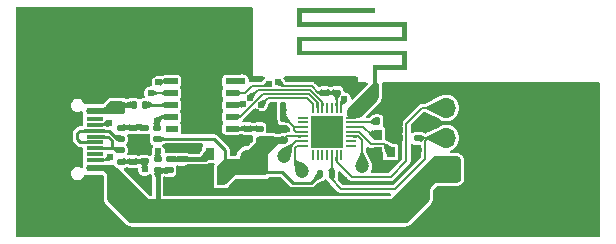
<source format=gbr>
%TF.GenerationSoftware,KiCad,Pcbnew,7.0.1*%
%TF.CreationDate,2023-09-28T18:09:22+08:00*%
%TF.ProjectId,PD_Fan,50445f46-616e-42e6-9b69-6361645f7063,rev?*%
%TF.SameCoordinates,Original*%
%TF.FileFunction,Copper,L1,Top*%
%TF.FilePolarity,Positive*%
%FSLAX46Y46*%
G04 Gerber Fmt 4.6, Leading zero omitted, Abs format (unit mm)*
G04 Created by KiCad (PCBNEW 7.0.1) date 2023-09-28 18:09:22*
%MOMM*%
%LPD*%
G01*
G04 APERTURE LIST*
G04 Aperture macros list*
%AMRoundRect*
0 Rectangle with rounded corners*
0 $1 Rounding radius*
0 $2 $3 $4 $5 $6 $7 $8 $9 X,Y pos of 4 corners*
0 Add a 4 corners polygon primitive as box body*
4,1,4,$2,$3,$4,$5,$6,$7,$8,$9,$2,$3,0*
0 Add four circle primitives for the rounded corners*
1,1,$1+$1,$2,$3*
1,1,$1+$1,$4,$5*
1,1,$1+$1,$6,$7*
1,1,$1+$1,$8,$9*
0 Add four rect primitives between the rounded corners*
20,1,$1+$1,$2,$3,$4,$5,0*
20,1,$1+$1,$4,$5,$6,$7,0*
20,1,$1+$1,$6,$7,$8,$9,0*
20,1,$1+$1,$8,$9,$2,$3,0*%
%AMFreePoly0*
4,1,23,0.000000,6.100000,-6.200000,6.100000,-6.200000,5.300000,2.700000,5.300000,2.700000,3.700000,-6.200000,3.700000,-6.200000,2.900000,2.700000,2.900000,2.700000,1.300000,0.200000,1.300000,0.200000,-0.200000,-0.200000,-0.200000,-0.200000,1.700000,2.300000,1.700000,2.300000,2.500000,-6.600000,2.500000,-6.600000,4.100000,2.300000,4.100000,2.300000,4.900000,-6.600000,4.900000,
-6.600000,6.500000,0.000000,6.500000,0.000000,6.100000,0.000000,6.100000,$1*%
G04 Aperture macros list end*
%TA.AperFunction,ComponentPad*%
%ADD10R,1.700000X1.700000*%
%TD*%
%TA.AperFunction,ComponentPad*%
%ADD11O,1.700000X1.700000*%
%TD*%
%TA.AperFunction,SMDPad,CuDef*%
%ADD12RoundRect,0.147500X0.172500X-0.147500X0.172500X0.147500X-0.172500X0.147500X-0.172500X-0.147500X0*%
%TD*%
%TA.AperFunction,SMDPad,CuDef*%
%ADD13C,1.200000*%
%TD*%
%TA.AperFunction,SMDPad,CuDef*%
%ADD14R,0.800000X0.900000*%
%TD*%
%TA.AperFunction,SMDPad,CuDef*%
%ADD15R,0.800000X1.050000*%
%TD*%
%TA.AperFunction,SMDPad,CuDef*%
%ADD16RoundRect,0.147500X-0.172500X0.147500X-0.172500X-0.147500X0.172500X-0.147500X0.172500X0.147500X0*%
%TD*%
%TA.AperFunction,SMDPad,CuDef*%
%ADD17RoundRect,0.147500X-0.147500X-0.172500X0.147500X-0.172500X0.147500X0.172500X-0.147500X0.172500X0*%
%TD*%
%TA.AperFunction,SMDPad,CuDef*%
%ADD18R,1.100000X0.510000*%
%TD*%
%TA.AperFunction,SMDPad,CuDef*%
%ADD19R,2.300000X3.200000*%
%TD*%
%TA.AperFunction,SMDPad,CuDef*%
%ADD20FreePoly0,0.000000*%
%TD*%
%TA.AperFunction,SMDPad,CuDef*%
%ADD21RoundRect,0.147500X0.147500X0.172500X-0.147500X0.172500X-0.147500X-0.172500X0.147500X-0.172500X0*%
%TD*%
%TA.AperFunction,SMDPad,CuDef*%
%ADD22RoundRect,0.050000X-0.350000X-0.050000X0.350000X-0.050000X0.350000X0.050000X-0.350000X0.050000X0*%
%TD*%
%TA.AperFunction,SMDPad,CuDef*%
%ADD23RoundRect,0.050000X-0.050000X-0.350000X0.050000X-0.350000X0.050000X0.350000X-0.050000X0.350000X0*%
%TD*%
%TA.AperFunction,SMDPad,CuDef*%
%ADD24R,2.800000X2.800000*%
%TD*%
%TA.AperFunction,SMDPad,CuDef*%
%ADD25R,1.450000X0.600000*%
%TD*%
%TA.AperFunction,SMDPad,CuDef*%
%ADD26R,1.450000X0.300000*%
%TD*%
%TA.AperFunction,ComponentPad*%
%ADD27O,2.100000X1.000000*%
%TD*%
%TA.AperFunction,ComponentPad*%
%ADD28O,1.600000X1.000000*%
%TD*%
%TA.AperFunction,ViaPad*%
%ADD29C,0.609600*%
%TD*%
%TA.AperFunction,Conductor*%
%ADD30C,0.381000*%
%TD*%
%TA.AperFunction,Conductor*%
%ADD31C,0.177800*%
%TD*%
%TA.AperFunction,Conductor*%
%ADD32C,0.254000*%
%TD*%
G04 APERTURE END LIST*
D10*
%TO.P,J1,1,Pin_1*%
%TO.N,GND*%
X36691200Y3572000D03*
D11*
%TO.P,J1,2,Pin_2*%
%TO.N,USB-VIN*%
X36691200Y6112000D03*
%TO.P,J1,3,Pin_3*%
%TO.N,/Sense*%
X36691200Y8652000D03*
%TO.P,J1,4,Pin_4*%
%TO.N,/Control*%
X36691200Y11192000D03*
%TD*%
D12*
%TO.P,C8,1*%
%TO.N,GND*%
X21219000Y4780300D03*
%TO.P,C8,2*%
%TO.N,3.3V*%
X21219000Y5750300D03*
%TD*%
%TO.P,R1,1*%
%TO.N,USB-VIN*%
X12268000Y5898000D03*
%TO.P,R1,2*%
%TO.N,/VIN_DET*%
X12268000Y6868000D03*
%TD*%
%TO.P,C5,1*%
%TO.N,GND*%
X11176000Y8565000D03*
%TO.P,C5,2*%
%TO.N,/C-USBDM*%
X11176000Y9535000D03*
%TD*%
%TO.P,R2,1*%
%TO.N,/VIN_DET*%
X26416000Y12485000D03*
%TO.P,R2,2*%
%TO.N,GND*%
X26416000Y13455000D03*
%TD*%
%TO.P,R5,1*%
%TO.N,Net-(J2-D--PadA7)*%
X9144000Y8565000D03*
%TO.P,R5,2*%
%TO.N,/C-USBDM*%
X9144000Y9535000D03*
%TD*%
%TO.P,C9,1*%
%TO.N,GND*%
X19888000Y8461000D03*
%TO.P,C9,2*%
%TO.N,Net-(U2-VDD)*%
X19888000Y9431000D03*
%TD*%
D13*
%TO.P,TP4,1,1*%
%TO.N,Net-(U3-PA9{slash}TMR0{slash}TXD1)*%
X24511000Y5858000D03*
%TD*%
D12*
%TO.P,C6,1*%
%TO.N,GND*%
X19034600Y4777900D03*
%TO.P,C6,2*%
%TO.N,3.3V*%
X19034600Y5747900D03*
%TD*%
%TO.P,D2,1,A1*%
%TO.N,GND*%
X10160000Y8565000D03*
%TO.P,D2,2,A2*%
%TO.N,/C-USBDM*%
X10160000Y9535000D03*
%TD*%
%TO.P,R9,1*%
%TO.N,3.3V*%
X20904000Y8461000D03*
%TO.P,R9,2*%
%TO.N,Net-(U2-VDD)*%
X20904000Y9431000D03*
%TD*%
%TO.P,R3,1*%
%TO.N,USB-VIN*%
X13284000Y5898000D03*
%TO.P,R3,2*%
%TO.N,Net-(U1-VIN)*%
X13284000Y6868000D03*
%TD*%
D14*
%TO.P,Y1,1,1*%
%TO.N,Net-(U3-X32MO)*%
X31995000Y7461000D03*
%TO.P,Y1,2,2*%
%TO.N,GND*%
X31995000Y8861000D03*
%TO.P,Y1,3,3*%
%TO.N,Net-(U3-X32MI)*%
X30895000Y8861000D03*
%TO.P,Y1,4,4*%
%TO.N,GND*%
X30895000Y7461000D03*
%TD*%
D15*
%TO.P,U1,1,VSS*%
%TO.N,GND*%
X15763000Y5181000D03*
%TO.P,U1,2,VOUT*%
%TO.N,3.3V*%
X17663000Y5181000D03*
%TO.P,U1,3,VIN*%
%TO.N,Net-(U1-VIN)*%
X16713000Y7331000D03*
%TD*%
D12*
%TO.P,C3,1*%
%TO.N,GND*%
X14300000Y5898000D03*
%TO.P,C3,2*%
%TO.N,Net-(U1-VIN)*%
X14300000Y6868000D03*
%TD*%
%TO.P,D1,1,A1*%
%TO.N,/C-USBDP*%
X10160000Y6643000D03*
%TO.P,D1,2,A2*%
%TO.N,GND*%
X10160000Y7613000D03*
%TD*%
D13*
%TO.P,TP3,1,1*%
%TO.N,Net-(U3-PA8{slash}RXD1)*%
X22936000Y7128000D03*
%TD*%
D16*
%TO.P,C12,1*%
%TO.N,GND*%
X22936000Y9431000D03*
%TO.P,C12,2*%
%TO.N,3.3V*%
X22936000Y8461000D03*
%TD*%
D17*
%TO.P,R6,1*%
%TO.N,3.3V*%
X26030000Y5604000D03*
%TO.P,R6,2*%
%TO.N,/Sense*%
X27000000Y5604000D03*
%TD*%
D13*
%TO.P,TP5,1,1*%
%TO.N,Net-(U3-PB22{slash}TMR3)*%
X29591000Y6239000D03*
%TD*%
D12*
%TO.P,C4,1*%
%TO.N,/C-USBDP*%
X11176000Y6660000D03*
%TO.P,C4,2*%
%TO.N,GND*%
X11176000Y7630000D03*
%TD*%
D18*
%TO.P,U2,1,VDD*%
%TO.N,Net-(U2-VDD)*%
X18552000Y9447000D03*
%TO.P,U2,2,CFG2*%
%TO.N,/CFG2*%
X18552000Y10447000D03*
%TO.P,U2,3,CFG3*%
%TO.N,/CFG3*%
X18552000Y11447000D03*
%TO.P,U2,4,DP*%
%TO.N,/C-USBDP*%
X18552000Y12447000D03*
%TO.P,U2,5,DM*%
%TO.N,/C-USBDM*%
X18552000Y13447000D03*
%TO.P,U2,6,CC2*%
%TO.N,Net-(J2-CC2)*%
X13452000Y13447000D03*
%TO.P,U2,7,CC1*%
%TO.N,Net-(J2-CC1)*%
X13452000Y12447000D03*
%TO.P,U2,8,VBUS*%
%TO.N,Net-(U2-VBUS)*%
X13452000Y11447000D03*
%TO.P,U2,9,CFG1*%
%TO.N,/CFG1*%
X13452000Y10447000D03*
%TO.P,U2,10,PG*%
%TO.N,unconnected-(U2-PG-Pad10)*%
X13452000Y9447000D03*
D19*
%TO.P,U2,11,GND*%
%TO.N,GND*%
X16002000Y11447000D03*
%TD*%
D12*
%TO.P,R8,1*%
%TO.N,3.3V*%
X12192000Y8565000D03*
%TO.P,R8,2*%
%TO.N,/CFG1*%
X12192000Y9535000D03*
%TD*%
%TO.P,C7,1*%
%TO.N,GND*%
X20126800Y4780300D03*
%TO.P,C7,2*%
%TO.N,3.3V*%
X20126800Y5750300D03*
%TD*%
D20*
%TO.P,ANT1,1,A*%
%TO.N,/ANT*%
X30683000Y13131000D03*
%TD*%
D21*
%TO.P,C11,1*%
%TO.N,GND*%
X31803000Y10066000D03*
%TO.P,C11,2*%
%TO.N,Net-(U3-VINTA)*%
X30833000Y10066000D03*
%TD*%
D16*
%TO.P,R4,1*%
%TO.N,Net-(J2-D+-PadA6)*%
X9144000Y7613000D03*
%TO.P,R4,2*%
%TO.N,/C-USBDP*%
X9144000Y6643000D03*
%TD*%
D17*
%TO.P,C13,1*%
%TO.N,GND*%
X21943000Y10343000D03*
%TO.P,C13,2*%
%TO.N,Net-(U3-VDCIA)*%
X22913000Y10343000D03*
%TD*%
D13*
%TO.P,TP2,1,1*%
%TO.N,GND*%
X9220000Y13986000D03*
%TD*%
D12*
%TO.P,C15,1*%
%TO.N,GND*%
X34290000Y7659000D03*
%TO.P,C15,2*%
%TO.N,/Sense*%
X34290000Y8629000D03*
%TD*%
D16*
%TO.P,C10,1*%
%TO.N,GND*%
X21920000Y9431000D03*
%TO.P,C10,2*%
%TO.N,3.3V*%
X21920000Y8461000D03*
%TD*%
D13*
%TO.P,TP1,1,1*%
%TO.N,3.3V*%
X19796600Y7075900D03*
%TD*%
D21*
%TO.P,R7,1*%
%TO.N,Net-(U2-VBUS)*%
X11229000Y11463000D03*
%TO.P,R7,2*%
%TO.N,USB-VIN*%
X10259000Y11463000D03*
%TD*%
D17*
%TO.P,C14,1*%
%TO.N,GND*%
X21943000Y11359000D03*
%TO.P,C14,2*%
%TO.N,Net-(U3-VDCIA)*%
X22913000Y11359000D03*
%TD*%
D16*
%TO.P,C2,1*%
%TO.N,GND*%
X27432000Y13455000D03*
%TO.P,C2,2*%
%TO.N,/VIN_DET*%
X27432000Y12485000D03*
%TD*%
%TO.P,C1,1*%
%TO.N,GND*%
X9220000Y12433000D03*
%TO.P,C1,2*%
%TO.N,USB-VIN*%
X9220000Y11463000D03*
%TD*%
D22*
%TO.P,U3,1,PA11/X32KO/TMR2*%
%TO.N,unconnected-(U3-PA11{slash}X32KO{slash}TMR2-Pad1)*%
X24619000Y10377000D03*
%TO.P,U3,2,PA10/X32KI/TMR1*%
%TO.N,unconnected-(U3-PA10{slash}X32KI{slash}TMR1-Pad2)*%
X24619000Y9977000D03*
%TO.P,U3,3,VDCID*%
%TO.N,Net-(U3-VDCIA)*%
X24619000Y9577000D03*
%TO.P,U3,4,VSW*%
X24619000Y9177000D03*
%TO.P,U3,5,VIO33/VDD3*%
%TO.N,3.3V*%
X24619000Y8777000D03*
%TO.P,U3,6,PA8/RXD1*%
%TO.N,Net-(U3-PA8{slash}RXD1)*%
X24619000Y8377000D03*
%TO.P,U3,7,PA9/TMR0/TXD1*%
%TO.N,Net-(U3-PA9{slash}TMR0{slash}TXD1)*%
X24619000Y7977000D03*
D23*
%TO.P,U3,8,PB15/TCK/MISO_/DTR*%
%TO.N,unconnected-(U3-PB15{slash}TCK{slash}MISO_{slash}DTR-Pad8)*%
X25419000Y7177000D03*
%TO.P,U3,9,PB14/TIO/MOSI_/DSR*%
%TO.N,unconnected-(U3-PB14{slash}TIO{slash}MOSI_{slash}DSR-Pad9)*%
X25819000Y7177000D03*
%TO.P,U3,10,PB13/SCK0_/TXD1_*%
%TO.N,unconnected-(U3-PB13{slash}SCK0_{slash}TXD1_-Pad10)*%
X26219000Y7177000D03*
%TO.P,U3,11,PB12/SCS_/RXD1_*%
%TO.N,unconnected-(U3-PB12{slash}SCS_{slash}RXD1_-Pad11)*%
X26619000Y7177000D03*
%TO.P,U3,12,PB11/UD+/TMR2_*%
%TO.N,/Sense*%
X27019000Y7177000D03*
%TO.P,U3,13,PB10/UD-/TMR1_*%
%TO.N,/Control*%
X27419000Y7177000D03*
%TO.P,U3,14,PB7/TXD0*%
%TO.N,unconnected-(U3-PB7{slash}TXD0-Pad14)*%
X27819000Y7177000D03*
D22*
%TO.P,U3,15,PB4/RXD0*%
%TO.N,unconnected-(U3-PB4{slash}RXD0-Pad15)*%
X28619000Y7977000D03*
%TO.P,U3,16,PB23/~{RST}/TMR0_*%
%TO.N,unconnected-(U3-PB23{slash}~{RST}{slash}TMR0_-Pad16)*%
X28619000Y8377000D03*
%TO.P,U3,17,PB22/TMR3*%
%TO.N,Net-(U3-PB22{slash}TMR3)*%
X28619000Y8777000D03*
%TO.P,U3,18,X32MO*%
%TO.N,Net-(U3-X32MO)*%
X28619000Y9177000D03*
%TO.P,U3,19,X32MI*%
%TO.N,Net-(U3-X32MI)*%
X28619000Y9577000D03*
%TO.P,U3,20,VINTA*%
%TO.N,Net-(U3-VINTA)*%
X28619000Y9977000D03*
%TO.P,U3,21,ANT*%
%TO.N,/ANT*%
X28619000Y10377000D03*
D23*
%TO.P,U3,22,VDCIA*%
%TO.N,Net-(U3-VDCIA)*%
X27819000Y11177000D03*
%TO.P,U3,23,PA4/AIN0*%
%TO.N,/VIN_DET*%
X27419000Y11177000D03*
%TO.P,U3,24,PA5/AIN1*%
%TO.N,unconnected-(U3-PA5{slash}AIN1-Pad24)*%
X27019000Y11177000D03*
%TO.P,U3,25,PA15/MISO/RXD0_/AIN5*%
%TO.N,unconnected-(U3-PA15{slash}MISO{slash}RXD0_{slash}AIN5-Pad25)*%
X26619000Y11177000D03*
%TO.P,U3,26,PA14/MOSI/TXD0_/AIN4*%
%TO.N,/CFG1*%
X26219000Y11177000D03*
%TO.P,U3,27,PA13/SCK0/AIN3*%
%TO.N,/CFG2*%
X25819000Y11177000D03*
%TO.P,U3,28,PA12/SCS/AIN2*%
%TO.N,/CFG3*%
X25419000Y11177000D03*
D24*
%TO.P,U3,29,GND*%
%TO.N,GND*%
X26619000Y9177000D03*
%TD*%
D25*
%TO.P,J2,A1,GND*%
%TO.N,GND*%
X6934000Y11772000D03*
%TO.P,J2,A4,VBUS*%
%TO.N,USB-VIN*%
X6934000Y10972000D03*
D26*
%TO.P,J2,A5,CC1*%
%TO.N,Net-(J2-CC1)*%
X6934000Y9772000D03*
%TO.P,J2,A6,D+*%
%TO.N,Net-(J2-D+-PadA6)*%
X6934000Y8772000D03*
%TO.P,J2,A7,D-*%
%TO.N,Net-(J2-D--PadA7)*%
X6934000Y8272000D03*
%TO.P,J2,A8,SBU1*%
%TO.N,unconnected-(J2-SBU1-PadA8)*%
X6934000Y7272000D03*
D25*
%TO.P,J2,A9,VBUS*%
%TO.N,USB-VIN*%
X6934000Y6072000D03*
%TO.P,J2,A12,GND*%
%TO.N,GND*%
X6934000Y5272000D03*
%TO.P,J2,B1,GND*%
X6934000Y5272000D03*
%TO.P,J2,B4,VBUS*%
%TO.N,USB-VIN*%
X6934000Y6072000D03*
D26*
%TO.P,J2,B5,CC2*%
%TO.N,Net-(J2-CC2)*%
X6934000Y6772000D03*
%TO.P,J2,B6,D+*%
%TO.N,Net-(J2-D+-PadA6)*%
X6934000Y7772000D03*
%TO.P,J2,B7,D-*%
%TO.N,Net-(J2-D--PadA7)*%
X6934000Y9272000D03*
%TO.P,J2,B8,SBU2*%
%TO.N,unconnected-(J2-SBU2-PadB8)*%
X6934000Y10272000D03*
D25*
%TO.P,J2,B9,VBUS*%
%TO.N,USB-VIN*%
X6934000Y10972000D03*
%TO.P,J2,B12,GND*%
%TO.N,GND*%
X6934000Y11772000D03*
D27*
%TO.P,J2,S1,SHIELD*%
X6019000Y12892000D03*
D28*
X1839000Y12892000D03*
D27*
X6019000Y4152000D03*
D28*
X1839000Y4152000D03*
%TD*%
D29*
%TO.N,GND*%
X28041600Y5080000D03*
X39370000Y7890000D03*
X1270000Y7890000D03*
X20574000Y10811000D03*
X16002000Y12462000D03*
X23241000Y4080000D03*
X3810000Y7890000D03*
X39370000Y10430000D03*
X28194000Y13478000D03*
X10160000Y8093200D03*
X19177000Y8398000D03*
X7620000Y1270000D03*
X44450000Y7890000D03*
X6350000Y15510000D03*
X25958800Y9160000D03*
X6350000Y2810000D03*
X44450000Y10430000D03*
X11430000Y4842000D03*
X22428200Y9271000D03*
X3810000Y2810000D03*
X41910000Y12700000D03*
X15748000Y4080000D03*
X41910000Y10430000D03*
X41910000Y5350000D03*
X5080000Y1270000D03*
X15494000Y11954000D03*
X30861000Y6620000D03*
X16002000Y10430000D03*
X17399000Y4080000D03*
X39370000Y2810000D03*
X16510000Y18050000D03*
X46990000Y12700000D03*
X44450000Y12700000D03*
X8890000Y15510000D03*
X31750000Y11700000D03*
X20066000Y10303000D03*
X2540000Y1270000D03*
X41910000Y7890000D03*
X1270000Y15510000D03*
X13970000Y15510000D03*
X26619200Y8499600D03*
X3810000Y15510000D03*
X20193000Y4080000D03*
X2540000Y9160000D03*
X46990000Y5350000D03*
X11176000Y8093200D03*
X19050000Y15510000D03*
X26619200Y9820400D03*
X15494000Y10938000D03*
X44450000Y5350000D03*
X34925000Y9795000D03*
X46990000Y7890000D03*
X25908000Y4080000D03*
X31496000Y6239000D03*
X32766000Y9287000D03*
X44450000Y2810000D03*
X30226000Y7509000D03*
X2540000Y6620000D03*
X39370000Y12700000D03*
X16002000Y11446000D03*
X46990000Y10430000D03*
X1270000Y2810000D03*
X22174200Y9880600D03*
X13970000Y18050000D03*
X32766000Y9922000D03*
X11430000Y15510000D03*
X19050000Y18050000D03*
X1270000Y10430000D03*
X11430000Y18050000D03*
X28702000Y12589000D03*
X41910000Y2810000D03*
X34036000Y11700000D03*
X21336000Y4080000D03*
X30861000Y5985000D03*
X14224000Y5223000D03*
X13716000Y7763000D03*
X25781000Y13478000D03*
X14224000Y4080000D03*
X3810000Y18050000D03*
X19050000Y4080000D03*
X3810000Y13097000D03*
X6350000Y18050000D03*
X27279600Y9160000D03*
X8890000Y18050000D03*
X16510000Y11954000D03*
X15240000Y7763000D03*
X3810000Y10430000D03*
X3810000Y5350000D03*
X1270000Y18050000D03*
X46990000Y2810000D03*
X32766000Y8652000D03*
X1270000Y5350000D03*
X16510000Y15510000D03*
X26619200Y9160000D03*
X16510000Y10938000D03*
X34163000Y7128000D03*
X39370000Y5350000D03*
%TO.N,USB-VIN*%
X9017000Y10938000D03*
X9017000Y5350000D03*
X8382000Y5350000D03*
X8382000Y10938000D03*
X8636000Y11496800D03*
X8382000Y5985000D03*
%TO.N,/VIN_DET*%
X22479000Y13351000D03*
X12319000Y7509000D03*
%TO.N,/C-USBDP*%
X11176000Y5985000D03*
X21717000Y13261600D03*
%TO.N,/C-USBDM*%
X19431000Y13478000D03*
X10668000Y9541000D03*
%TO.N,Net-(U3-VDCIA)*%
X22913000Y10811000D03*
X28069607Y11951839D03*
%TO.N,Net-(J2-CC1)*%
X8128000Y9922000D03*
X11684000Y12447000D03*
%TO.N,/CFG1*%
X20090200Y12056801D03*
X12192000Y10049000D03*
%TO.N,/CFG3*%
X19521099Y11487699D03*
X21052649Y11475351D03*
%TO.N,Net-(J2-CC2)*%
X12319000Y13351000D03*
X8255000Y7001000D03*
%TD*%
D30*
%TO.N,USB-VIN*%
X12268000Y5898000D02*
X12268000Y3115000D01*
X10259000Y11463000D02*
X9220000Y11463000D01*
X12268000Y5898000D02*
X13284000Y5898000D01*
D31*
%TO.N,/VIN_DET*%
X25888922Y12485000D02*
X26416000Y12485000D01*
X27419000Y11177000D02*
X27419000Y12472000D01*
X25327722Y13046200D02*
X25888922Y12485000D01*
X22783800Y13046200D02*
X25327722Y13046200D01*
X27419000Y12472000D02*
X27432000Y12485000D01*
X22479000Y13351000D02*
X22783800Y13046200D01*
X27432000Y12485000D02*
X26416000Y12485000D01*
X12268000Y7458000D02*
X12319000Y7509000D01*
X12268000Y6868000D02*
X12268000Y7458000D01*
D30*
%TO.N,Net-(U1-VIN)*%
X13284000Y6868000D02*
X14300000Y6868000D01*
X14300000Y6868000D02*
X16250000Y6868000D01*
X16250000Y6868000D02*
X16713000Y7331000D01*
D31*
%TO.N,/C-USBDP*%
X11176000Y5985000D02*
X11176000Y6660000D01*
D32*
X10160000Y6643000D02*
X10177000Y6660000D01*
X9144000Y6643000D02*
X10160000Y6643000D01*
D31*
X18552000Y12447000D02*
X19670000Y12447000D01*
D32*
X10177000Y6660000D02*
X11176000Y6660000D01*
D31*
X20269200Y13046200D02*
X21501600Y13046200D01*
X21501600Y13046200D02*
X21717000Y13261600D01*
X19670000Y12447000D02*
X20269200Y13046200D01*
D32*
%TO.N,/C-USBDM*%
X10668000Y9541000D02*
X10662000Y9535000D01*
X10160000Y9535000D02*
X9144000Y9535000D01*
X10662000Y9535000D02*
X10160000Y9535000D01*
D31*
X19431000Y13478000D02*
X18583000Y13478000D01*
D32*
X11176000Y9535000D02*
X10718800Y9535000D01*
X10674000Y9535000D02*
X10668000Y9541000D01*
X10718800Y9535000D02*
X10674000Y9535000D01*
D31*
X18583000Y13478000D02*
X18552000Y13447000D01*
D32*
%TO.N,3.3V*%
X25268000Y4842000D02*
X26030000Y5604000D01*
D31*
X24619000Y8777000D02*
X23252000Y8777000D01*
D32*
X22840700Y5750300D02*
X23749000Y4842000D01*
X12192000Y8565000D02*
X17079600Y8565000D01*
X21219000Y5750300D02*
X22840700Y5750300D01*
D31*
X23252000Y8777000D02*
X22936000Y8461000D01*
D32*
X17983200Y7661400D02*
X17983200Y6543800D01*
X23749000Y4842000D02*
X25268000Y4842000D01*
X17079600Y8565000D02*
X17983200Y7661400D01*
%TO.N,Net-(U2-VDD)*%
X18552000Y9447000D02*
X19872000Y9447000D01*
X19872000Y9447000D02*
X19888000Y9431000D01*
X19888000Y9431000D02*
X20904000Y9431000D01*
D31*
%TO.N,Net-(U3-VINTA)*%
X28619000Y9977000D02*
X30744000Y9977000D01*
X30744000Y9977000D02*
X30833000Y10066000D01*
%TO.N,Net-(U3-VDCIA)*%
X23840000Y9323000D02*
X23986000Y9177000D01*
X23840000Y9577000D02*
X24619000Y9577000D01*
X23840000Y9586400D02*
X23840000Y9577000D01*
X23083400Y10343000D02*
X23840000Y9586400D01*
D32*
X22913000Y11359000D02*
X22913000Y10811000D01*
D31*
X23986000Y9177000D02*
X24619000Y9177000D01*
D32*
X22913000Y10811000D02*
X22913000Y10343000D01*
D31*
X22913000Y10343000D02*
X23083400Y10343000D01*
X27819000Y11177000D02*
X27819000Y11701232D01*
X23840000Y9577000D02*
X23840000Y9323000D01*
X27819000Y11701232D02*
X28069607Y11951839D01*
%TO.N,/Sense*%
X27019000Y5617000D02*
X27000000Y5598000D01*
X34925000Y6874000D02*
X34925000Y8398000D01*
X27019000Y7177000D02*
X27019000Y5617000D01*
X27813000Y4334000D02*
X32385000Y4334000D01*
X34313000Y8652000D02*
X34290000Y8629000D01*
X27000000Y5147000D02*
X27813000Y4334000D01*
X27000000Y5604000D02*
X27000000Y5147000D01*
X35179000Y8652000D02*
X34313000Y8652000D01*
X34925000Y8398000D02*
X35179000Y8652000D01*
X32385000Y4334000D02*
X34925000Y6874000D01*
X36691200Y8652000D02*
X35179000Y8652000D01*
%TO.N,/Control*%
X27419000Y7177000D02*
X27419000Y6633000D01*
X28702000Y5350000D02*
X32004000Y5350000D01*
X33337500Y6683500D02*
X33337500Y9858500D01*
X34671000Y11192000D02*
X36691200Y11192000D01*
X27419000Y6633000D02*
X28702000Y5350000D01*
X33337500Y9858500D02*
X34671000Y11192000D01*
X32004000Y5350000D02*
X33337500Y6683500D01*
%TO.N,Net-(J2-CC1)*%
X11684000Y12447000D02*
X13452000Y12447000D01*
X8128000Y9922000D02*
X7978000Y9772000D01*
X7978000Y9772000D02*
X6934000Y9772000D01*
D32*
%TO.N,Net-(J2-D+-PadA6)*%
X8068264Y8772000D02*
X8382000Y8458264D01*
X6934000Y7772000D02*
X8382000Y7772000D01*
X8382000Y7772000D02*
X8985000Y7772000D01*
X8985000Y7772000D02*
X9144000Y7613000D01*
X6934000Y8772000D02*
X8068264Y8772000D01*
X8382000Y8458264D02*
X8382000Y7772000D01*
%TO.N,Net-(J2-D--PadA7)*%
X8850000Y8565000D02*
X9144000Y8565000D01*
X6934000Y9272000D02*
X8143000Y9272000D01*
X5461000Y8525000D02*
X5461000Y9033000D01*
X5461000Y9033000D02*
X5700000Y9272000D01*
X8143000Y9272000D02*
X8850000Y8565000D01*
X5700000Y9272000D02*
X6934000Y9272000D01*
X5714000Y8272000D02*
X5461000Y8525000D01*
X6934000Y8272000D02*
X5714000Y8272000D01*
%TO.N,Net-(U2-VBUS)*%
X11245000Y11447000D02*
X11229000Y11463000D01*
X13452000Y11447000D02*
X11245000Y11447000D01*
D31*
%TO.N,/CFG1*%
X25190948Y12716000D02*
X26219000Y11687948D01*
X26219000Y11687948D02*
X26219000Y11177000D01*
D32*
X12192000Y10049000D02*
X12192000Y9535000D01*
X13452000Y10447000D02*
X12590000Y10447000D01*
X12590000Y10447000D02*
X12192000Y10049000D01*
D31*
X20749399Y12716000D02*
X25190948Y12716000D01*
X20090200Y12056801D02*
X20749399Y12716000D01*
%TO.N,Net-(U3-PA8{slash}RXD1)*%
X23982000Y8377000D02*
X24619000Y8377000D01*
X22936000Y7128000D02*
X22936000Y7331000D01*
X22936000Y7331000D02*
X23982000Y8377000D01*
%TO.N,Net-(U3-PA9{slash}TMR0{slash}TXD1)*%
X24619000Y7977000D02*
X24090000Y7977000D01*
X24090000Y7977000D02*
X23876000Y7763000D01*
X23876000Y6493000D02*
X24511000Y5858000D01*
X23876000Y7763000D02*
X23876000Y6493000D01*
%TO.N,Net-(U3-PB22{slash}TMR3)*%
X29253026Y8777000D02*
X29591000Y8439026D01*
X29591000Y8439026D02*
X29591000Y6239000D01*
X28619000Y8777000D02*
X29253026Y8777000D01*
%TO.N,/CFG2*%
X25054174Y12385800D02*
X21190795Y12385800D01*
X21190795Y12385800D02*
X19251995Y10447000D01*
X25819000Y11177000D02*
X25819000Y11620974D01*
X19251995Y10447000D02*
X18552000Y10447000D01*
X25819000Y11620974D02*
X25054174Y12385800D01*
%TO.N,/CFG3*%
X18592699Y11487699D02*
X18552000Y11447000D01*
X24917400Y12055600D02*
X25419000Y11554000D01*
X21632898Y12055600D02*
X24917400Y12055600D01*
X25419000Y11554000D02*
X25419000Y11177000D01*
X19521099Y11487699D02*
X18592699Y11487699D01*
X21052649Y11475351D02*
X21632898Y12055600D01*
%TO.N,Net-(U3-X32MO)*%
X28619000Y9177000D02*
X29320000Y9177000D01*
X30344700Y8152300D02*
X31448500Y8152300D01*
X31448500Y8152300D02*
X31995000Y7605800D01*
X31995000Y7605800D02*
X31995000Y7461000D01*
X29320000Y9177000D02*
X30344700Y8152300D01*
%TO.N,Net-(U3-X32MI)*%
X29682000Y9577000D02*
X30398000Y8861000D01*
X28619000Y9577000D02*
X29682000Y9577000D01*
X30398000Y8861000D02*
X30895000Y8861000D01*
%TO.N,Net-(J2-CC2)*%
X8255000Y7001000D02*
X8026000Y6772000D01*
X8026000Y6772000D02*
X6934000Y6772000D01*
X13452000Y13447000D02*
X12415000Y13447000D01*
X12415000Y13447000D02*
X12319000Y13351000D01*
%TD*%
%TA.AperFunction,Conductor*%
%TO.N,Net-(J2-D--PadA7)*%
G36*
X6211060Y9421574D02*
G01*
X6879543Y9283458D01*
X6886248Y9279389D01*
X6888876Y9272000D01*
X6886248Y9264611D01*
X6879543Y9260542D01*
X6211056Y9122424D01*
X6206925Y9122318D01*
X6086926Y9140718D01*
X6068927Y9143478D01*
X6061822Y9147423D01*
X6059000Y9155043D01*
X6059000Y9388957D01*
X6061822Y9396577D01*
X6068927Y9400522D01*
X6206920Y9421681D01*
X6211060Y9421574D01*
G37*
%TD.AperFunction*%
%TD*%
%TA.AperFunction,Conductor*%
%TO.N,Net-(U3-VDCIA)*%
G36*
X24270998Y9676430D02*
G01*
X24580505Y9588252D01*
X24586637Y9584049D01*
X24588999Y9577000D01*
X24586637Y9569951D01*
X24580505Y9565748D01*
X24270996Y9477568D01*
X24266930Y9477153D01*
X24129836Y9487298D01*
X24122127Y9491004D01*
X24119000Y9498966D01*
X24119000Y9655034D01*
X24122127Y9662996D01*
X24129836Y9666701D01*
X24140356Y9667480D01*
X24266929Y9676846D01*
X24270998Y9676430D01*
G37*
%TD.AperFunction*%
%TD*%
%TA.AperFunction,Conductor*%
%TO.N,Net-(J2-CC2)*%
G36*
X8048490Y7207550D02*
G01*
X8252537Y7004446D01*
X8255095Y7000626D01*
X8255983Y6996116D01*
X8255037Y6707568D01*
X8251701Y6699425D01*
X8243636Y6695910D01*
X7752251Y6683405D01*
X7746278Y6684871D01*
X7741872Y6689165D01*
X7740255Y6695101D01*
X7740255Y6856632D01*
X7743002Y6864165D01*
X7857819Y7000626D01*
X8031283Y7206791D01*
X8036557Y7210365D01*
X8042922Y7210646D01*
X8048490Y7207550D01*
G37*
%TD.AperFunction*%
%TD*%
%TA.AperFunction,Conductor*%
%TO.N,Net-(U3-VDCIA)*%
G36*
X23038658Y10956006D02*
G01*
X23042964Y10950702D01*
X23193509Y10579979D01*
X23193999Y10572659D01*
X23190035Y10566487D01*
X22920364Y10347967D01*
X22913000Y10345358D01*
X22905635Y10347967D01*
X22635963Y10566488D01*
X22632000Y10572659D01*
X22632490Y10579979D01*
X22783036Y10950702D01*
X22787342Y10956006D01*
X22793876Y10958000D01*
X23032124Y10958000D01*
X23038658Y10956006D01*
G37*
%TD.AperFunction*%
%TD*%
%TA.AperFunction,Conductor*%
%TO.N,Net-(J2-CC1)*%
G36*
X7919849Y10130184D02*
G01*
X8125537Y9925446D01*
X8128095Y9921626D01*
X8128983Y9917116D01*
X8128042Y9630303D01*
X8126226Y9624081D01*
X8121378Y9619780D01*
X8114985Y9618720D01*
X7700582Y9667131D01*
X7574233Y9681892D01*
X7566851Y9685735D01*
X7563891Y9693513D01*
X7563891Y9855248D01*
X7565056Y9860337D01*
X7568318Y9864413D01*
X7706778Y9974291D01*
X7711768Y9976601D01*
X7718658Y9977971D01*
X7748975Y9998229D01*
X7769234Y10011766D01*
X7785410Y10035975D01*
X7787864Y10038639D01*
X7904322Y10131057D01*
X7912251Y10133574D01*
X7919849Y10130184D01*
G37*
%TD.AperFunction*%
%TD*%
%TA.AperFunction,Conductor*%
%TO.N,Net-(U1-VIN)*%
G36*
X16321949Y7552313D02*
G01*
X16706704Y7335118D01*
X16711560Y7329864D01*
X16712450Y7322765D01*
X16616663Y6813840D01*
X16613446Y6807738D01*
X16607350Y6804510D01*
X15952980Y6680139D01*
X15946256Y6680849D01*
X15941048Y6685161D01*
X15939095Y6691633D01*
X15939095Y7054602D01*
X15941433Y7061619D01*
X16306835Y7549141D01*
X16313794Y7553575D01*
X16321949Y7552313D01*
G37*
%TD.AperFunction*%
%TD*%
%TA.AperFunction,Conductor*%
%TO.N,/C-USBDP*%
G36*
X19107424Y12698466D02*
G01*
X19351686Y12539361D01*
X19355586Y12535133D01*
X19357000Y12529557D01*
X19357000Y12364443D01*
X19355586Y12358867D01*
X19351686Y12354639D01*
X19107424Y12195533D01*
X19101879Y12193667D01*
X19096125Y12194718D01*
X18573942Y12436382D01*
X18567988Y12442670D01*
X18567988Y12451330D01*
X18573943Y12457618D01*
X19096124Y12699280D01*
X19101879Y12700332D01*
X19107424Y12698466D01*
G37*
%TD.AperFunction*%
%TD*%
%TA.AperFunction,Conductor*%
%TO.N,/VIN_DET*%
G36*
X12355967Y7456403D02*
G01*
X12360257Y7452047D01*
X12558002Y7101418D01*
X12559273Y7093321D01*
X12554918Y7086377D01*
X12275107Y6872434D01*
X12268000Y6870028D01*
X12260893Y6872434D01*
X11981079Y7086379D01*
X11976726Y7093321D01*
X11977997Y7101418D01*
X12175743Y7452047D01*
X12180033Y7456403D01*
X12185934Y7458000D01*
X12350066Y7458000D01*
X12355967Y7456403D01*
G37*
%TD.AperFunction*%
%TD*%
%TA.AperFunction,Conductor*%
%TO.N,Net-(U3-VDCIA)*%
G36*
X23213812Y10492532D02*
G01*
X23474453Y10080576D01*
X23476194Y10073028D01*
X23472839Y10066047D01*
X23357930Y9951138D01*
X23353292Y9948290D01*
X23347871Y9947849D01*
X22873880Y10021209D01*
X22868339Y10023654D01*
X22864762Y10028546D01*
X22864113Y10034570D01*
X22911394Y10337940D01*
X22913413Y10342911D01*
X22917440Y10346457D01*
X23198411Y10496595D01*
X23206910Y10497589D01*
X23213812Y10492532D01*
G37*
%TD.AperFunction*%
%TD*%
%TA.AperFunction,Conductor*%
%TO.N,/VIN_DET*%
G36*
X12323510Y7508115D02*
G01*
X12588998Y7397203D01*
X12593959Y7393277D01*
X12596151Y7387343D01*
X12594933Y7381135D01*
X12361143Y6917950D01*
X12360145Y6915973D01*
X12355832Y6911281D01*
X12349700Y6909545D01*
X12187859Y6909545D01*
X12180847Y6911879D01*
X12176633Y6917950D01*
X12040352Y7382306D01*
X12041016Y7390634D01*
X12047068Y7396396D01*
X12314490Y7508115D01*
X12319000Y7509019D01*
X12323510Y7508115D01*
G37*
%TD.AperFunction*%
%TD*%
%TA.AperFunction,Conductor*%
%TO.N,Net-(U3-PB22{slash}TMR3)*%
G36*
X29098526Y8867415D02*
G01*
X29108163Y8866701D01*
X29115873Y8862996D01*
X29119000Y8855034D01*
X29119000Y8698966D01*
X29115873Y8691004D01*
X29108163Y8687298D01*
X28971068Y8677153D01*
X28967003Y8677568D01*
X28657493Y8765748D01*
X28651362Y8769951D01*
X28649000Y8777000D01*
X28651362Y8784049D01*
X28657493Y8788251D01*
X28729991Y8808906D01*
X28967001Y8876430D01*
X28971070Y8876846D01*
X29098526Y8867415D01*
G37*
%TD.AperFunction*%
%TD*%
%TA.AperFunction,Conductor*%
%TO.N,/CFG1*%
G36*
X12634286Y10563348D02*
G01*
X12636743Y10556175D01*
X12636743Y10322363D01*
X12635827Y10317824D01*
X12478105Y9943067D01*
X12471775Y9936787D01*
X12462857Y9936790D01*
X12195504Y10047140D01*
X12191690Y10049688D01*
X12189148Y10053509D01*
X12079715Y10319985D01*
X12079700Y10328833D01*
X12085885Y10335162D01*
X12620389Y10566909D01*
X12627947Y10567509D01*
X12634286Y10563348D01*
G37*
%TD.AperFunction*%
%TD*%
%TA.AperFunction,Conductor*%
%TO.N,/C-USBDM*%
G36*
X10953328Y9811029D02*
G01*
X11171031Y9542366D01*
X11173641Y9535000D01*
X11171031Y9527634D01*
X10953327Y9258969D01*
X10946382Y9254834D01*
X10938413Y9256188D01*
X10679872Y9404628D01*
X10675575Y9408912D01*
X10674000Y9414774D01*
X10674000Y9655226D01*
X10675575Y9661088D01*
X10679872Y9665371D01*
X10938412Y9813810D01*
X10946382Y9815165D01*
X10953328Y9811029D01*
G37*
%TD.AperFunction*%
%TD*%
%TA.AperFunction,Conductor*%
%TO.N,Net-(U3-X32MO)*%
G36*
X31406195Y8233897D02*
G01*
X31692852Y8106612D01*
X32123923Y7915203D01*
X32129818Y7909369D01*
X32130365Y7901094D01*
X31997688Y7466529D01*
X31995017Y7461925D01*
X31990585Y7458982D01*
X31606996Y7316060D01*
X31600624Y7315551D01*
X31594933Y7318469D01*
X31591627Y7323942D01*
X31448311Y7848891D01*
X31447899Y7851971D01*
X31447899Y7926057D01*
X31439028Y7970657D01*
X31439028Y7970658D01*
X31405234Y8021234D01*
X31404008Y8022052D01*
X31399223Y8028697D01*
X31390161Y8061887D01*
X31389749Y8064968D01*
X31389749Y8223204D01*
X31392227Y8230404D01*
X31398611Y8234555D01*
X31406195Y8233897D01*
G37*
%TD.AperFunction*%
%TD*%
%TA.AperFunction,Conductor*%
%TO.N,Net-(U3-PA9{slash}TMR0{slash}TXD1)*%
G36*
X23967347Y6793768D02*
G01*
X24730789Y6417172D01*
X24736562Y6410803D01*
X24736425Y6402208D01*
X24513994Y5864242D01*
X24509677Y5858981D01*
X24503163Y5857013D01*
X23921234Y5857982D01*
X23913537Y5860890D01*
X23909658Y5868145D01*
X23788850Y6781741D01*
X23789843Y6788216D01*
X23794161Y6793141D01*
X23800449Y6794975D01*
X23962171Y6794975D01*
X23967347Y6793768D01*
G37*
%TD.AperFunction*%
%TD*%
%TA.AperFunction,Conductor*%
%TO.N,/C-USBDM*%
G36*
X10439572Y9781396D02*
G01*
X10444670Y9778112D01*
X10578206Y9630793D01*
X10746715Y9462284D01*
X10749982Y9455940D01*
X10748956Y9448878D01*
X10744018Y9443725D01*
X10397486Y9255858D01*
X10389629Y9254668D01*
X10382825Y9258772D01*
X10166256Y9525710D01*
X10163676Y9533961D01*
X10167468Y9541731D01*
X10428127Y9778908D01*
X10433516Y9781687D01*
X10439572Y9781396D01*
G37*
%TD.AperFunction*%
%TD*%
%TA.AperFunction,Conductor*%
%TO.N,Net-(U2-VDD)*%
G36*
X20680512Y9708035D02*
G01*
X20899031Y9438366D01*
X20901641Y9431000D01*
X20899031Y9423634D01*
X20680512Y9153964D01*
X20674340Y9150000D01*
X20667021Y9150489D01*
X20296297Y9301036D01*
X20290994Y9305342D01*
X20289000Y9311876D01*
X20289000Y9550124D01*
X20290994Y9556658D01*
X20296297Y9560963D01*
X20455843Y9625753D01*
X20667020Y9711509D01*
X20674340Y9711999D01*
X20680512Y9708035D01*
G37*
%TD.AperFunction*%
%TD*%
%TA.AperFunction,Conductor*%
%TO.N,Net-(U3-VDCIA)*%
G36*
X22920366Y11354031D02*
G01*
X23190035Y11135512D01*
X23193999Y11129340D01*
X23193509Y11122020D01*
X23042964Y10751298D01*
X23038658Y10745994D01*
X23032124Y10744000D01*
X22793876Y10744000D01*
X22787342Y10745994D01*
X22783036Y10751298D01*
X22632489Y11122021D01*
X22632000Y11129340D01*
X22635964Y11135512D01*
X22905634Y11354031D01*
X22913000Y11356641D01*
X22920366Y11354031D01*
G37*
%TD.AperFunction*%
%TD*%
%TA.AperFunction,Conductor*%
%TO.N,/C-USBDP*%
G36*
X11263508Y6592563D02*
G01*
X11267808Y6587160D01*
X11453435Y6112290D01*
X11453309Y6103461D01*
X11447048Y6097234D01*
X11180510Y5985884D01*
X11176000Y5984980D01*
X11171490Y5985884D01*
X10904949Y6097235D01*
X10898690Y6103461D01*
X10898564Y6112290D01*
X11084192Y6587160D01*
X11088492Y6592563D01*
X11095089Y6594600D01*
X11256911Y6594600D01*
X11263508Y6592563D01*
G37*
%TD.AperFunction*%
%TD*%
%TA.AperFunction,Conductor*%
%TO.N,/CFG1*%
G36*
X12166639Y10181840D02*
G01*
X12334532Y10013947D01*
X12336278Y10011716D01*
X12494976Y9748556D01*
X12496370Y9739939D01*
X12491411Y9732756D01*
X12200870Y9540626D01*
X12199010Y9539396D01*
X12191565Y9537497D01*
X12184549Y9540624D01*
X11926204Y9783206D01*
X11922634Y9790065D01*
X11924125Y9797656D01*
X12148276Y10179490D01*
X12153473Y10184195D01*
X12160425Y10185084D01*
X12166639Y10181840D01*
G37*
%TD.AperFunction*%
%TD*%
%TA.AperFunction,Conductor*%
%TO.N,/Sense*%
G36*
X34527144Y8909121D02*
G01*
X34898059Y8743990D01*
X34903112Y8739673D01*
X34905000Y8733301D01*
X34905000Y8569931D01*
X34903404Y8564031D01*
X34899050Y8559742D01*
X34527559Y8350089D01*
X34519622Y8348784D01*
X34512719Y8352911D01*
X34294967Y8621635D01*
X34292358Y8629000D01*
X34294967Y8636364D01*
X34513295Y8905798D01*
X34519655Y8909809D01*
X34527144Y8909121D01*
G37*
%TD.AperFunction*%
%TD*%
%TA.AperFunction,Conductor*%
%TO.N,/CFG1*%
G36*
X26304996Y11673873D02*
G01*
X26308702Y11666163D01*
X26318846Y11529070D01*
X26318430Y11525001D01*
X26230252Y11215494D01*
X26226049Y11209362D01*
X26219000Y11207000D01*
X26211951Y11209362D01*
X26207748Y11215494D01*
X26119568Y11525003D01*
X26119153Y11529070D01*
X26129298Y11666163D01*
X26133004Y11673873D01*
X26140966Y11677000D01*
X26297034Y11677000D01*
X26304996Y11673873D01*
G37*
%TD.AperFunction*%
%TD*%
%TA.AperFunction,Conductor*%
%TO.N,Net-(J2-D+-PadA6)*%
G36*
X7799073Y8900522D02*
G01*
X7806178Y8896577D01*
X7809000Y8888957D01*
X7809000Y8655043D01*
X7806178Y8647423D01*
X7799073Y8643478D01*
X7778073Y8640258D01*
X7661074Y8622318D01*
X7656943Y8622424D01*
X6988455Y8760542D01*
X6981751Y8764611D01*
X6979123Y8772000D01*
X6981751Y8779389D01*
X6988455Y8783457D01*
X7535953Y8896577D01*
X7656939Y8921574D01*
X7661079Y8921681D01*
X7799073Y8900522D01*
G37*
%TD.AperFunction*%
%TD*%
%TA.AperFunction,Conductor*%
%TO.N,Net-(J2-CC2)*%
G36*
X7662295Y6920657D02*
G01*
X7801714Y6863868D01*
X7807009Y6859561D01*
X7809000Y6853032D01*
X7809000Y6690968D01*
X7807009Y6684439D01*
X7801714Y6680132D01*
X7662295Y6623342D01*
X7655514Y6622720D01*
X6988455Y6760542D01*
X6981751Y6764611D01*
X6979123Y6772000D01*
X6981751Y6779389D01*
X6988455Y6783457D01*
X7098612Y6806217D01*
X7655514Y6921279D01*
X7662295Y6920657D01*
G37*
%TD.AperFunction*%
%TD*%
%TA.AperFunction,Conductor*%
%TO.N,USB-VIN*%
G36*
X13054368Y6179745D02*
G01*
X13059707Y6176029D01*
X13279031Y5905366D01*
X13281641Y5898000D01*
X13279031Y5890634D01*
X13059707Y5619970D01*
X13054368Y5616254D01*
X13047872Y5615963D01*
X12677951Y5705337D01*
X12671507Y5709473D01*
X12669000Y5716710D01*
X12669000Y6079290D01*
X12671507Y6086527D01*
X12677951Y6090662D01*
X13031284Y6176029D01*
X13047869Y6180036D01*
X13054368Y6179745D01*
G37*
%TD.AperFunction*%
%TD*%
%TA.AperFunction,Conductor*%
%TO.N,Net-(U3-PB22{slash}TMR3)*%
G36*
X29678769Y7437202D02*
G01*
X29683085Y7432360D01*
X30139992Y6479733D01*
X30141091Y6473574D01*
X30138860Y6467730D01*
X30133937Y6463871D01*
X29595491Y6239868D01*
X29591000Y6238971D01*
X29586508Y6239868D01*
X29048060Y6463872D01*
X29043139Y6467730D01*
X29040908Y6473574D01*
X29042007Y6479733D01*
X29498915Y7432360D01*
X29503231Y7437202D01*
X29509464Y7439000D01*
X29672536Y7439000D01*
X29678769Y7437202D01*
G37*
%TD.AperFunction*%
%TD*%
%TA.AperFunction,Conductor*%
%TO.N,/C-USBDM*%
G36*
X19312538Y13755309D02*
G01*
X19318765Y13749048D01*
X19430116Y13482510D01*
X19431020Y13478000D01*
X19430116Y13473490D01*
X19318765Y13206951D01*
X19312538Y13200690D01*
X19303710Y13200564D01*
X18972189Y13330156D01*
X18828840Y13386192D01*
X18823437Y13390492D01*
X18821400Y13397089D01*
X18821400Y13558911D01*
X18823437Y13565508D01*
X18828840Y13569808D01*
X19303709Y13755435D01*
X19312538Y13755309D01*
G37*
%TD.AperFunction*%
%TD*%
%TA.AperFunction,Conductor*%
%TO.N,Net-(U2-VDD)*%
G36*
X19107042Y9699469D02*
G01*
X19350549Y9577238D01*
X19355257Y9572924D01*
X19357000Y9566781D01*
X19357000Y9327219D01*
X19355257Y9321076D01*
X19350549Y9316762D01*
X19107038Y9194529D01*
X19101979Y9193288D01*
X19096882Y9194368D01*
X18573942Y9436382D01*
X18567988Y9442670D01*
X18567988Y9451330D01*
X18573943Y9457618D01*
X19096879Y9699630D01*
X19101979Y9700711D01*
X19107042Y9699469D01*
G37*
%TD.AperFunction*%
%TD*%
%TA.AperFunction,Conductor*%
%TO.N,/C-USBDP*%
G36*
X21510235Y13468404D02*
G01*
X21714537Y13265046D01*
X21717095Y13261226D01*
X21717983Y13256716D01*
X21717041Y12969462D01*
X21713601Y12961213D01*
X21705341Y12957800D01*
X21208290Y12957800D01*
X21200017Y12961227D01*
X21196590Y12969500D01*
X21196590Y13130642D01*
X21199556Y13138427D01*
X21493247Y13467897D01*
X21498514Y13471287D01*
X21504775Y13471473D01*
X21510235Y13468404D01*
G37*
%TD.AperFunction*%
%TD*%
%TA.AperFunction,Conductor*%
%TO.N,Net-(U2-VDD)*%
G36*
X19664309Y9708286D02*
G01*
X19883031Y9438366D01*
X19885641Y9431000D01*
X19883031Y9423634D01*
X19664715Y9154214D01*
X19658344Y9150200D01*
X19650846Y9150900D01*
X19471657Y9231094D01*
X19279921Y9316903D01*
X19274881Y9321219D01*
X19273000Y9327582D01*
X19273000Y9565813D01*
X19275114Y9572521D01*
X19280692Y9576805D01*
X19651211Y9711912D01*
X19658341Y9712196D01*
X19664309Y9708286D01*
G37*
%TD.AperFunction*%
%TD*%
%TA.AperFunction,Conductor*%
%TO.N,Net-(U3-PA8{slash}RXD1)*%
G36*
X23605892Y8114784D02*
G01*
X23721197Y7999479D01*
X23724146Y7994518D01*
X23724363Y7988751D01*
X23715404Y7947013D01*
X23712238Y7941195D01*
X23709723Y7938680D01*
X23709279Y7938258D01*
X23676007Y7908301D01*
X23663216Y7879570D01*
X23662340Y7877957D01*
X23645217Y7851590D01*
X23642396Y7833787D01*
X23641529Y7830860D01*
X23634200Y7814396D01*
X23634200Y7782950D01*
X23634056Y7781120D01*
X23629136Y7750061D01*
X23633801Y7732655D01*
X23634200Y7729627D01*
X23634200Y7569922D01*
X23633939Y7567467D01*
X23493269Y6912095D01*
X23490024Y6906198D01*
X23484067Y6903066D01*
X23477370Y6903733D01*
X22939789Y7125438D01*
X22935980Y7127980D01*
X22933438Y7131789D01*
X22710569Y7672192D01*
X22710443Y7680793D01*
X22716233Y7687156D01*
X23592466Y8117015D01*
X23599537Y8118053D01*
X23605892Y8114784D01*
G37*
%TD.AperFunction*%
%TD*%
%TA.AperFunction,Conductor*%
%TO.N,Net-(J2-D--PadA7)*%
G36*
X9192226Y8860793D02*
G01*
X9198438Y8858563D01*
X9202455Y8853326D01*
X9202999Y8846748D01*
X9145759Y8569392D01*
X9143807Y8564937D01*
X9140212Y8561661D01*
X8839400Y8385521D01*
X8831784Y8384042D01*
X8824918Y8387652D01*
X8624703Y8603134D01*
X8622580Y8606358D01*
X8616917Y8619186D01*
X8603833Y8632268D01*
X8602163Y8634378D01*
X8592431Y8650097D01*
X8566823Y8669434D01*
X8565617Y8670484D01*
X8534227Y8701874D01*
X8530801Y8710147D01*
X8534228Y8718420D01*
X8701491Y8885683D01*
X8705606Y8888346D01*
X8710450Y8889090D01*
X9192226Y8860793D01*
G37*
%TD.AperFunction*%
%TD*%
%TA.AperFunction,Conductor*%
%TO.N,Net-(J2-D--PadA7)*%
G36*
X6211060Y8421574D02*
G01*
X6879543Y8283458D01*
X6886248Y8279389D01*
X6888876Y8272000D01*
X6886248Y8264611D01*
X6879543Y8260542D01*
X6211056Y8122424D01*
X6206925Y8122318D01*
X6086926Y8140718D01*
X6068927Y8143478D01*
X6061822Y8147423D01*
X6059000Y8155043D01*
X6059000Y8388957D01*
X6061822Y8396577D01*
X6068927Y8400522D01*
X6206920Y8421681D01*
X6211060Y8421574D01*
G37*
%TD.AperFunction*%
%TD*%
%TA.AperFunction,Conductor*%
%TO.N,/CFG1*%
G36*
X12907120Y10699630D02*
G01*
X13430056Y10457618D01*
X13436011Y10451330D01*
X13436011Y10442670D01*
X13430056Y10436382D01*
X13211353Y10335167D01*
X12907117Y10194368D01*
X12902020Y10193288D01*
X12896962Y10194528D01*
X12653451Y10316762D01*
X12648743Y10321076D01*
X12647000Y10327219D01*
X12647000Y10566781D01*
X12648743Y10572924D01*
X12653451Y10577238D01*
X12720992Y10611141D01*
X12896958Y10699469D01*
X12902020Y10700711D01*
X12907120Y10699630D01*
G37*
%TD.AperFunction*%
%TD*%
%TA.AperFunction,Conductor*%
%TO.N,Net-(U3-X32MI)*%
G36*
X29098526Y9667415D02*
G01*
X29108163Y9666701D01*
X29115873Y9662996D01*
X29119000Y9655034D01*
X29119000Y9498966D01*
X29115873Y9491004D01*
X29108163Y9487298D01*
X28971068Y9477153D01*
X28967003Y9477568D01*
X28657493Y9565748D01*
X28651362Y9569951D01*
X28649000Y9577000D01*
X28651362Y9584049D01*
X28657493Y9588251D01*
X28729991Y9608906D01*
X28967001Y9676430D01*
X28971070Y9676846D01*
X29098526Y9667415D01*
G37*
%TD.AperFunction*%
%TD*%
%TA.AperFunction,Conductor*%
%TO.N,/C-USBDP*%
G36*
X10952512Y6937035D02*
G01*
X11171031Y6667366D01*
X11173641Y6660000D01*
X11171031Y6652634D01*
X10952512Y6382964D01*
X10946340Y6379000D01*
X10939021Y6379489D01*
X10568297Y6530036D01*
X10562994Y6534342D01*
X10561000Y6540876D01*
X10561000Y6779124D01*
X10562994Y6785658D01*
X10568297Y6789963D01*
X10727843Y6854753D01*
X10939020Y6940509D01*
X10946340Y6940999D01*
X10952512Y6937035D01*
G37*
%TD.AperFunction*%
%TD*%
%TA.AperFunction,Conductor*%
%TO.N,/CFG2*%
G36*
X25843171Y11711009D02*
G01*
X25847852Y11704645D01*
X25886207Y11576034D01*
X25886531Y11570736D01*
X25821431Y11186472D01*
X25817252Y11179328D01*
X25809392Y11176737D01*
X25730128Y11180151D01*
X25722208Y11183722D01*
X25718933Y11191768D01*
X25716551Y11592843D01*
X25717428Y11597357D01*
X25719978Y11601185D01*
X25828367Y11709574D01*
X25835511Y11712946D01*
X25843171Y11711009D01*
G37*
%TD.AperFunction*%
%TD*%
%TA.AperFunction,Conductor*%
%TO.N,/CFG2*%
G36*
X19107571Y10697930D02*
G01*
X19262654Y10584642D01*
X19264025Y10583467D01*
X19379560Y10467932D01*
X19382719Y10462147D01*
X19382250Y10455572D01*
X19378300Y10450294D01*
X19368061Y10442626D01*
X19107090Y10247182D01*
X19101766Y10244970D01*
X19096032Y10245569D01*
X19091655Y10247182D01*
X18577708Y10436559D01*
X18571134Y10442626D01*
X18570769Y10451565D01*
X18576827Y10458149D01*
X19095742Y10699094D01*
X19101815Y10700126D01*
X19107571Y10697930D01*
G37*
%TD.AperFunction*%
%TD*%
%TA.AperFunction,Conductor*%
%TO.N,Net-(J2-D--PadA7)*%
G36*
X7799073Y9400522D02*
G01*
X7806178Y9396577D01*
X7809000Y9388957D01*
X7809000Y9155043D01*
X7806178Y9147423D01*
X7799073Y9143478D01*
X7778073Y9140258D01*
X7661074Y9122318D01*
X7656943Y9122424D01*
X6988455Y9260542D01*
X6981751Y9264611D01*
X6979123Y9272000D01*
X6981751Y9279389D01*
X6988455Y9283457D01*
X7535953Y9396577D01*
X7656939Y9421574D01*
X7661079Y9421681D01*
X7799073Y9400522D01*
G37*
%TD.AperFunction*%
%TD*%
%TA.AperFunction,Conductor*%
%TO.N,3.3V*%
G36*
X22177627Y8769409D02*
G01*
X22201016Y8759721D01*
X22282194Y8726095D01*
X22428200Y8706874D01*
X22574205Y8726095D01*
X22655384Y8759721D01*
X22678772Y8769409D01*
X22726991Y8779000D01*
X22911090Y8779000D01*
X22935670Y8776579D01*
X22947847Y8774156D01*
X23020419Y8759721D01*
X23065840Y8740907D01*
X23127167Y8699929D01*
X23161929Y8665167D01*
X23202907Y8603840D01*
X23221721Y8558419D01*
X23236110Y8486082D01*
X23236110Y8436918D01*
X23221721Y8364580D01*
X23202907Y8319159D01*
X23161929Y8257832D01*
X23127167Y8223070D01*
X23065840Y8182092D01*
X23020418Y8163278D01*
X22935671Y8146421D01*
X22911090Y8144000D01*
X22479000Y8144000D01*
X22367408Y8032408D01*
X22367405Y8032406D01*
X21701593Y7366594D01*
X21701590Y7366590D01*
X21590000Y7255000D01*
X21590000Y7097185D01*
X21590000Y7097184D01*
X21590000Y5867917D01*
X21588449Y5848206D01*
X21574474Y5759973D01*
X21562292Y5722483D01*
X21526292Y5651830D01*
X21503124Y5619943D01*
X21447056Y5563875D01*
X21415170Y5540707D01*
X21344512Y5504705D01*
X21307026Y5492525D01*
X21218793Y5478551D01*
X21199083Y5477000D01*
X18796000Y5477000D01*
X18684408Y5365408D01*
X18154364Y4835364D01*
X18135276Y4819699D01*
X18042826Y4757926D01*
X17997406Y4739112D01*
X17954234Y4730525D01*
X17888355Y4717421D01*
X17863774Y4715000D01*
X17662917Y4715000D01*
X17643207Y4716551D01*
X17637714Y4717421D01*
X17554971Y4730525D01*
X17517489Y4742704D01*
X17446825Y4778709D01*
X17414946Y4801872D01*
X17358872Y4857946D01*
X17335709Y4889825D01*
X17299704Y4960489D01*
X17287525Y4997974D01*
X17273551Y5086207D01*
X17272000Y5105917D01*
X17272000Y6068774D01*
X17274421Y6093355D01*
X17296112Y6202405D01*
X17314926Y6247826D01*
X17376699Y6340276D01*
X17392369Y6359369D01*
X17786630Y6753630D01*
X17805723Y6769300D01*
X17898173Y6831073D01*
X17943593Y6849887D01*
X18052644Y6871579D01*
X18077226Y6874000D01*
X19019184Y6874000D01*
X19019185Y6874000D01*
X19177000Y6874000D01*
X19288590Y6985590D01*
X19288594Y6985593D01*
X20260107Y7957107D01*
X20291998Y7980278D01*
X20299735Y7984220D01*
X20389777Y8074262D01*
X20389779Y8074265D01*
X20393718Y8081997D01*
X20416888Y8113888D01*
X20574000Y8271000D01*
X20574000Y8512589D01*
X20576421Y8537170D01*
X20581649Y8563458D01*
X20588445Y8597621D01*
X20607257Y8643037D01*
X20634472Y8683768D01*
X20669231Y8718527D01*
X20709959Y8745741D01*
X20755378Y8764554D01*
X20815829Y8776579D01*
X20840411Y8779000D01*
X22129409Y8779000D01*
X22177627Y8769409D01*
G37*
%TD.AperFunction*%
%TD*%
%TA.AperFunction,Conductor*%
%TO.N,/Sense*%
G36*
X27026049Y7144637D02*
G01*
X27030252Y7138505D01*
X27118430Y6828998D01*
X27118846Y6824929D01*
X27108702Y6687837D01*
X27104996Y6680127D01*
X27097034Y6677000D01*
X26940966Y6677000D01*
X26933004Y6680127D01*
X26929298Y6687837D01*
X26919153Y6824929D01*
X26919569Y6828998D01*
X27007748Y7138505D01*
X27011951Y7144637D01*
X27019000Y7146999D01*
X27026049Y7144637D01*
G37*
%TD.AperFunction*%
%TD*%
%TA.AperFunction,Conductor*%
%TO.N,3.3V*%
G36*
X12428979Y8845509D02*
G01*
X12691545Y8738884D01*
X12799702Y8694963D01*
X12805006Y8690658D01*
X12807000Y8684124D01*
X12807000Y8445876D01*
X12805006Y8439342D01*
X12799702Y8435036D01*
X12437534Y8287964D01*
X12428979Y8284490D01*
X12421659Y8284000D01*
X12415488Y8287963D01*
X12196967Y8557635D01*
X12194358Y8565000D01*
X12196967Y8572364D01*
X12415487Y8842035D01*
X12421659Y8845999D01*
X12428979Y8845509D01*
G37*
%TD.AperFunction*%
%TD*%
%TA.AperFunction,Conductor*%
%TO.N,/Control*%
G36*
X27426049Y7144637D02*
G01*
X27430252Y7138505D01*
X27518430Y6828998D01*
X27518846Y6824929D01*
X27508702Y6687837D01*
X27504996Y6680127D01*
X27497034Y6677000D01*
X27340966Y6677000D01*
X27333004Y6680127D01*
X27329298Y6687837D01*
X27319153Y6824929D01*
X27319569Y6828998D01*
X27407748Y7138505D01*
X27411951Y7144637D01*
X27419000Y7146999D01*
X27426049Y7144637D01*
G37*
%TD.AperFunction*%
%TD*%
%TA.AperFunction,Conductor*%
%TO.N,Net-(J2-CC2)*%
G36*
X12907875Y13699280D02*
G01*
X13430056Y13457618D01*
X13436011Y13451330D01*
X13436011Y13442670D01*
X13430056Y13436382D01*
X12907875Y13194719D01*
X12902120Y13193667D01*
X12896577Y13195532D01*
X12740560Y13297157D01*
X12652314Y13354639D01*
X12648414Y13358867D01*
X12647000Y13364443D01*
X12647000Y13529557D01*
X12648414Y13535133D01*
X12652314Y13539361D01*
X12896575Y13698466D01*
X12902120Y13700332D01*
X12907875Y13699280D01*
G37*
%TD.AperFunction*%
%TD*%
%TA.AperFunction,Conductor*%
%TO.N,USB-VIN*%
G36*
X10033670Y11755665D02*
G01*
X10039286Y11751665D01*
X10254565Y11470107D01*
X10256971Y11463000D01*
X10254565Y11455893D01*
X10039286Y11174334D01*
X10033670Y11170334D01*
X10026777Y11170192D01*
X9677482Y11270074D01*
X9671359Y11274278D01*
X9669000Y11281323D01*
X9669000Y11644677D01*
X9671359Y11651722D01*
X9677482Y11655925D01*
X9835435Y11701092D01*
X10026775Y11755807D01*
X10033670Y11755665D01*
G37*
%TD.AperFunction*%
%TD*%
%TA.AperFunction,Conductor*%
%TO.N,USB-VIN*%
G36*
X37573356Y7125579D02*
G01*
X37682406Y7103887D01*
X37727826Y7085073D01*
X37820276Y7023300D01*
X37839369Y7007630D01*
X37852630Y6994369D01*
X37868300Y6975276D01*
X37930073Y6882826D01*
X37948887Y6837406D01*
X37970579Y6728356D01*
X37973000Y6703774D01*
X37973000Y5266226D01*
X37970579Y5241644D01*
X37948887Y5132593D01*
X37930073Y5087173D01*
X37868300Y4994723D01*
X37852630Y4975630D01*
X37839369Y4962369D01*
X37820276Y4946699D01*
X37727826Y4884926D01*
X37682406Y4866112D01*
X37619150Y4853530D01*
X37573355Y4844421D01*
X37548774Y4842000D01*
X35814000Y4842000D01*
X35702408Y4730408D01*
X35702405Y4730406D01*
X35417593Y4445594D01*
X35417590Y4445590D01*
X35306000Y4334000D01*
X35306000Y4176185D01*
X35306000Y4176184D01*
X35306000Y3488226D01*
X35303579Y3463644D01*
X35281887Y3354593D01*
X35263073Y3309173D01*
X35201300Y3216723D01*
X35185630Y3197630D01*
X33521369Y1533369D01*
X33502276Y1517699D01*
X33409826Y1455926D01*
X33364406Y1437112D01*
X33301150Y1424530D01*
X33255355Y1415421D01*
X33230774Y1413000D01*
X10076226Y1413000D01*
X10051645Y1415421D01*
X10018388Y1422036D01*
X9942591Y1437112D01*
X9897176Y1455924D01*
X9804718Y1517703D01*
X9785635Y1533364D01*
X8121364Y3197635D01*
X8105703Y3216718D01*
X8043924Y3309176D01*
X8025112Y3354591D01*
X8003421Y3463645D01*
X8001000Y3488226D01*
X8001000Y5446184D01*
X8001000Y5446185D01*
X8001000Y5604000D01*
X7747000Y5858000D01*
X7589185Y5858000D01*
X7589184Y5858000D01*
X6489411Y5858000D01*
X6464831Y5860421D01*
X6428096Y5867727D01*
X6404378Y5872445D01*
X6358963Y5891256D01*
X6318228Y5918474D01*
X6283474Y5953228D01*
X6256256Y5993963D01*
X6237446Y6039374D01*
X6227889Y6087422D01*
X6227889Y6136578D01*
X6237445Y6184623D01*
X6256257Y6230037D01*
X6283472Y6270768D01*
X6318231Y6305527D01*
X6358959Y6332741D01*
X6404378Y6351554D01*
X6464829Y6363579D01*
X6489411Y6366000D01*
X7645505Y6366000D01*
X7652571Y6365802D01*
X7658428Y6365473D01*
X7679218Y6364305D01*
X7679219Y6364305D01*
X7679222Y6364305D01*
X7691957Y6365473D01*
X7703465Y6366000D01*
X8465774Y6366000D01*
X8490358Y6363578D01*
X8538565Y6353988D01*
X8590030Y6330872D01*
X8626247Y6287614D01*
X8642220Y6256264D01*
X8732263Y6166221D01*
X8845727Y6108408D01*
X8862165Y6105805D01*
X8899655Y6093623D01*
X8931546Y6070452D01*
X11445405Y3556593D01*
X11445410Y3556589D01*
X11557000Y3445000D01*
X11714815Y3445000D01*
X11714816Y3445000D01*
X31846184Y3445000D01*
X31846185Y3445000D01*
X32004000Y3445000D01*
X32115590Y3556590D01*
X32115594Y3556593D01*
X35566630Y7007630D01*
X35585723Y7023300D01*
X35678173Y7085073D01*
X35723593Y7103887D01*
X35832644Y7125579D01*
X35857226Y7128000D01*
X37548774Y7128000D01*
X37573356Y7125579D01*
G37*
%TD.AperFunction*%
%TD*%
%TA.AperFunction,Conductor*%
%TO.N,Net-(U3-X32MI)*%
G36*
X30501902Y9303236D02*
G01*
X30887207Y8869853D01*
X30889987Y8864098D01*
X30889329Y8857740D01*
X30885428Y8852678D01*
X30503877Y8570019D01*
X30495522Y8567804D01*
X30487927Y8571930D01*
X30127722Y9004185D01*
X30125024Y9012202D01*
X30128439Y9019945D01*
X30245872Y9137378D01*
X30247461Y9138708D01*
X30486474Y9305065D01*
X30494535Y9307081D01*
X30501902Y9303236D01*
G37*
%TD.AperFunction*%
%TD*%
%TA.AperFunction,Conductor*%
%TO.N,/C-USBDP*%
G36*
X9380979Y6923509D02*
G01*
X9643545Y6816884D01*
X9751702Y6772963D01*
X9757006Y6768658D01*
X9759000Y6762124D01*
X9759000Y6523876D01*
X9757006Y6517342D01*
X9751702Y6513036D01*
X9389534Y6365964D01*
X9380979Y6362490D01*
X9373659Y6362000D01*
X9367488Y6365963D01*
X9148969Y6635634D01*
X9146359Y6643000D01*
X9148969Y6650366D01*
X9367487Y6920035D01*
X9373659Y6923999D01*
X9380979Y6923509D01*
G37*
%TD.AperFunction*%
%TD*%
%TA.AperFunction,Conductor*%
%TO.N,/CFG1*%
G36*
X12196510Y10048115D02*
G01*
X12463065Y9936758D01*
X12469322Y9930540D01*
X12469459Y9921720D01*
X12321902Y9542458D01*
X12317603Y9537043D01*
X12310998Y9535000D01*
X12073002Y9535000D01*
X12066397Y9537043D01*
X12062098Y9542458D01*
X11914540Y9921722D01*
X11914677Y9930540D01*
X11920934Y9936758D01*
X12187490Y10048115D01*
X12192000Y10049019D01*
X12196510Y10048115D01*
G37*
%TD.AperFunction*%
%TD*%
%TA.AperFunction,Conductor*%
%TO.N,Net-(U3-PA9{slash}TMR0{slash}TXD1)*%
G36*
X24270998Y8076430D02*
G01*
X24580505Y7988252D01*
X24586637Y7984049D01*
X24588999Y7977000D01*
X24586637Y7969951D01*
X24580505Y7965748D01*
X24270996Y7877568D01*
X24266930Y7877153D01*
X24129836Y7887298D01*
X24122127Y7891004D01*
X24119000Y7898966D01*
X24119000Y8055034D01*
X24122127Y8062996D01*
X24129836Y8066701D01*
X24140356Y8067480D01*
X24266929Y8076846D01*
X24270998Y8076430D01*
G37*
%TD.AperFunction*%
%TD*%
%TA.AperFunction,Conductor*%
%TO.N,Net-(J2-D+-PadA6)*%
G36*
X7799073Y7900522D02*
G01*
X7806178Y7896577D01*
X7809000Y7888957D01*
X7809000Y7655043D01*
X7806178Y7647423D01*
X7799073Y7643478D01*
X7778073Y7640258D01*
X7661074Y7622318D01*
X7656943Y7622424D01*
X6988455Y7760542D01*
X6981751Y7764611D01*
X6979123Y7772000D01*
X6981751Y7779389D01*
X6988455Y7783457D01*
X7535953Y7896577D01*
X7656939Y7921574D01*
X7661079Y7921681D01*
X7799073Y7900522D01*
G37*
%TD.AperFunction*%
%TD*%
%TA.AperFunction,Conductor*%
%TO.N,Net-(U3-X32MO)*%
G36*
X29098526Y9267415D02*
G01*
X29108163Y9266701D01*
X29115873Y9262996D01*
X29119000Y9255034D01*
X29119000Y9098966D01*
X29115873Y9091004D01*
X29108163Y9087298D01*
X28971068Y9077153D01*
X28967003Y9077568D01*
X28657493Y9165748D01*
X28651362Y9169951D01*
X28649000Y9177000D01*
X28651362Y9184049D01*
X28657493Y9188251D01*
X28729991Y9208906D01*
X28967001Y9276430D01*
X28971070Y9276846D01*
X29098526Y9267415D01*
G37*
%TD.AperFunction*%
%TD*%
%TA.AperFunction,Conductor*%
%TO.N,/CFG1*%
G36*
X20464038Y12545065D02*
G01*
X20578464Y12430639D01*
X20581689Y12424533D01*
X20580908Y12417673D01*
X20376384Y11950632D01*
X20370052Y11944478D01*
X20361222Y11944501D01*
X20094012Y12054237D01*
X20090186Y12056787D01*
X20087636Y12060615D01*
X19977901Y12327823D01*
X19977877Y12336653D01*
X19984031Y12342985D01*
X20451072Y12547509D01*
X20457932Y12548290D01*
X20464038Y12545065D01*
G37*
%TD.AperFunction*%
%TD*%
%TA.AperFunction,Conductor*%
%TO.N,/Sense*%
G36*
X36366831Y9430625D02*
G01*
X36370758Y9425649D01*
X36690335Y8656489D01*
X36691230Y8652000D01*
X36690335Y8647511D01*
X36370758Y7878350D01*
X36366831Y7873374D01*
X36360885Y7871176D01*
X36354667Y7872401D01*
X34997612Y8559851D01*
X34992931Y8564163D01*
X34991200Y8570288D01*
X34991200Y8733712D01*
X34992931Y8739837D01*
X34997612Y8744148D01*
X35534002Y9015869D01*
X36354666Y9431597D01*
X36360885Y9432823D01*
X36366831Y9430625D01*
G37*
%TD.AperFunction*%
%TD*%
%TA.AperFunction,Conductor*%
%TO.N,Net-(U1-VIN)*%
G36*
X14780099Y7091092D02*
G01*
X14906048Y7060662D01*
X14912493Y7056527D01*
X14915000Y7049290D01*
X14915000Y6686710D01*
X14912493Y6679473D01*
X14906048Y6675337D01*
X14536127Y6585963D01*
X14529631Y6586254D01*
X14524294Y6589968D01*
X14304967Y6860635D01*
X14302358Y6868000D01*
X14304967Y6875364D01*
X14524292Y7146029D01*
X14529631Y7149745D01*
X14536130Y7150036D01*
X14780099Y7091092D01*
G37*
%TD.AperFunction*%
%TD*%
%TA.AperFunction,Conductor*%
%TO.N,Net-(J2-CC1)*%
G36*
X12286160Y12538808D02*
G01*
X12291563Y12534508D01*
X12293600Y12527911D01*
X12293600Y12366089D01*
X12291563Y12359492D01*
X12286160Y12355192D01*
X12053230Y12264139D01*
X11811289Y12169564D01*
X11802461Y12169690D01*
X11796235Y12175949D01*
X11684883Y12442490D01*
X11683980Y12447000D01*
X11684884Y12451510D01*
X11721354Y12538808D01*
X11796234Y12718048D01*
X11802461Y12724309D01*
X11811290Y12724435D01*
X12286160Y12538808D01*
G37*
%TD.AperFunction*%
%TD*%
%TA.AperFunction,Conductor*%
%TO.N,/C-USBDP*%
G36*
X10396776Y6923937D02*
G01*
X10767283Y6789794D01*
X10772878Y6785512D01*
X10775000Y6778793D01*
X10775000Y6540564D01*
X10773125Y6534212D01*
X10768102Y6529895D01*
X10397164Y6362927D01*
X10389656Y6362213D01*
X10383272Y6366230D01*
X10164969Y6635634D01*
X10162359Y6643000D01*
X10164969Y6650366D01*
X10383703Y6920302D01*
X10389659Y6924208D01*
X10396776Y6923937D01*
G37*
%TD.AperFunction*%
%TD*%
%TA.AperFunction,Conductor*%
%TO.N,/C-USBDM*%
G36*
X11168742Y9664978D02*
G01*
X11174017Y9660670D01*
X11176000Y9654154D01*
X11176000Y9416072D01*
X11173930Y9409428D01*
X11168454Y9405134D01*
X10795224Y9263420D01*
X10786451Y9263610D01*
X10780278Y9269846D01*
X10668883Y9536490D01*
X10667980Y9541000D01*
X10668884Y9545510D01*
X10716994Y9660670D01*
X10780160Y9811870D01*
X10786477Y9818169D01*
X10795398Y9818184D01*
X11168742Y9664978D01*
G37*
%TD.AperFunction*%
%TD*%
%TA.AperFunction,Conductor*%
%TO.N,/VIN_DET*%
G36*
X27208993Y12761441D02*
G01*
X27427031Y12492366D01*
X27429641Y12485000D01*
X27427031Y12477634D01*
X27208993Y12208558D01*
X27202355Y12204484D01*
X27194633Y12205478D01*
X26823427Y12392855D01*
X26818736Y12397168D01*
X26817000Y12403300D01*
X26817000Y12566700D01*
X26818736Y12572832D01*
X26823427Y12577144D01*
X27194631Y12764520D01*
X27202355Y12765515D01*
X27208993Y12761441D01*
G37*
%TD.AperFunction*%
%TD*%
%TA.AperFunction,Conductor*%
%TO.N,/Control*%
G36*
X36366831Y11970625D02*
G01*
X36370758Y11965649D01*
X36690334Y11196489D01*
X36691229Y11192000D01*
X36690334Y11187511D01*
X36370758Y10418350D01*
X36366831Y10413374D01*
X36360885Y10411176D01*
X36354667Y10412401D01*
X34997612Y11099851D01*
X34992931Y11104163D01*
X34991200Y11110288D01*
X34991200Y11273712D01*
X34992931Y11279837D01*
X34997612Y11284148D01*
X35534002Y11555869D01*
X36354666Y11971597D01*
X36360885Y11972823D01*
X36366831Y11970625D01*
G37*
%TD.AperFunction*%
%TD*%
%TA.AperFunction,Conductor*%
%TO.N,Net-(J2-CC1)*%
G36*
X7662295Y9920657D02*
G01*
X7801714Y9863868D01*
X7807009Y9859561D01*
X7809000Y9853032D01*
X7809000Y9690968D01*
X7807009Y9684439D01*
X7801714Y9680132D01*
X7662295Y9623342D01*
X7655514Y9622720D01*
X6988455Y9760542D01*
X6981751Y9764611D01*
X6979123Y9772000D01*
X6981751Y9779389D01*
X6988455Y9783457D01*
X7098612Y9806217D01*
X7655514Y9921279D01*
X7662295Y9920657D01*
G37*
%TD.AperFunction*%
%TD*%
%TA.AperFunction,Conductor*%
%TO.N,/VIN_DET*%
G36*
X26193131Y12761243D02*
G01*
X26409760Y12492897D01*
X26412320Y12484635D01*
X26408506Y12476873D01*
X26212448Y12299476D01*
X26145970Y12239326D01*
X26138972Y12236333D01*
X26131616Y12238277D01*
X25775725Y12476390D01*
X25771425Y12481636D01*
X25770761Y12488394D01*
X25773963Y12494382D01*
X25888382Y12608801D01*
X25891146Y12610850D01*
X26178518Y12764216D01*
X26186359Y12765359D01*
X26193131Y12761243D01*
G37*
%TD.AperFunction*%
%TD*%
%TA.AperFunction,Conductor*%
%TO.N,Net-(U3-VDCIA)*%
G36*
X22919234Y10808013D02*
G01*
X23182660Y10699285D01*
X23187699Y10695296D01*
X23189870Y10689247D01*
X23188519Y10682964D01*
X23054600Y10431901D01*
X23054600Y10281470D01*
X23051235Y10273259D01*
X23043076Y10269771D01*
X23034815Y10273012D01*
X23025967Y10281470D01*
X22706103Y10587225D01*
X22702937Y10592476D01*
X22702861Y10598608D01*
X22705897Y10603936D01*
X22906478Y10805452D01*
X22912467Y10808669D01*
X22919234Y10808013D01*
G37*
%TD.AperFunction*%
%TD*%
%TA.AperFunction,Conductor*%
%TO.N,Net-(U3-VDCIA)*%
G36*
X27904996Y11673873D02*
G01*
X27908702Y11666163D01*
X27918846Y11529070D01*
X27918430Y11525001D01*
X27830252Y11215494D01*
X27826049Y11209362D01*
X27819000Y11207000D01*
X27811951Y11209362D01*
X27807748Y11215494D01*
X27719568Y11525003D01*
X27719153Y11529070D01*
X27729298Y11666163D01*
X27733004Y11673873D01*
X27740966Y11677000D01*
X27897034Y11677000D01*
X27904996Y11673873D01*
G37*
%TD.AperFunction*%
%TD*%
%TA.AperFunction,Conductor*%
%TO.N,/Sense*%
G36*
X27106704Y6217140D02*
G01*
X27111021Y6212150D01*
X27280018Y5841185D01*
X27280760Y5833654D01*
X27276737Y5827245D01*
X27007364Y5608967D01*
X27000000Y5606358D01*
X26992635Y5608967D01*
X26723847Y5826771D01*
X26719731Y5833626D01*
X26720982Y5841528D01*
X26926759Y6212970D01*
X26931054Y6217380D01*
X26936993Y6219000D01*
X27100374Y6219000D01*
X27106704Y6217140D01*
G37*
%TD.AperFunction*%
%TD*%
%TA.AperFunction,Conductor*%
%TO.N,Net-(U3-VDCIA)*%
G36*
X28069233Y11951934D02*
G01*
X28073053Y11949376D01*
X28275755Y11745734D01*
X28278888Y11740000D01*
X28278458Y11733480D01*
X28274598Y11728207D01*
X27911054Y11448471D01*
X27903919Y11446044D01*
X27742631Y11446044D01*
X27736551Y11447748D01*
X27732242Y11452363D01*
X27730958Y11458545D01*
X27739990Y11590183D01*
X27764061Y11940976D01*
X27767735Y11948713D01*
X27775696Y11951874D01*
X28064723Y11952822D01*
X28069233Y11951934D01*
G37*
%TD.AperFunction*%
%TD*%
%TA.AperFunction,Conductor*%
%TO.N,/VIN_DET*%
G36*
X27504996Y11673873D02*
G01*
X27508702Y11666163D01*
X27518846Y11529070D01*
X27518430Y11525001D01*
X27430252Y11215494D01*
X27426049Y11209362D01*
X27419000Y11207000D01*
X27411951Y11209362D01*
X27407748Y11215494D01*
X27319568Y11525003D01*
X27319153Y11529070D01*
X27329298Y11666163D01*
X27333004Y11673873D01*
X27340966Y11677000D01*
X27497034Y11677000D01*
X27504996Y11673873D01*
G37*
%TD.AperFunction*%
%TD*%
%TA.AperFunction,Conductor*%
%TO.N,Net-(U1-VIN)*%
G36*
X14070368Y7149745D02*
G01*
X14075707Y7146029D01*
X14295031Y6875366D01*
X14297641Y6868000D01*
X14295031Y6860634D01*
X14075707Y6589970D01*
X14070368Y6586254D01*
X14063872Y6585963D01*
X13693951Y6675337D01*
X13687507Y6679473D01*
X13685000Y6686710D01*
X13685000Y7049290D01*
X13687507Y7056527D01*
X13693951Y7060662D01*
X14047284Y7146029D01*
X14063869Y7150036D01*
X14070368Y7149745D01*
G37*
%TD.AperFunction*%
%TD*%
%TA.AperFunction,Conductor*%
%TO.N,/Sense*%
G36*
X27008063Y5597626D02*
G01*
X27277083Y5380453D01*
X27281047Y5374335D01*
X27280618Y5367057D01*
X27175475Y5100400D01*
X27172864Y5096419D01*
X27057884Y4981439D01*
X27052311Y4978328D01*
X27045935Y4978604D01*
X27040655Y4982183D01*
X26760612Y5315548D01*
X26757872Y5323176D01*
X26760748Y5330755D01*
X26991890Y5596205D01*
X26999690Y5600177D01*
X27008063Y5597626D01*
G37*
%TD.AperFunction*%
%TD*%
%TA.AperFunction,Conductor*%
%TO.N,/C-USBDP*%
G36*
X11183107Y6655565D02*
G01*
X11462918Y6441622D01*
X11467273Y6434678D01*
X11466002Y6426581D01*
X11268257Y6075953D01*
X11263967Y6071597D01*
X11258066Y6070000D01*
X11093934Y6070000D01*
X11088033Y6071597D01*
X11083743Y6075953D01*
X11031739Y6168161D01*
X10885996Y6426583D01*
X10884726Y6434678D01*
X10889081Y6441622D01*
X11168893Y6655565D01*
X11176000Y6657971D01*
X11183107Y6655565D01*
G37*
%TD.AperFunction*%
%TD*%
%TA.AperFunction,Conductor*%
%TO.N,Net-(U1-VIN)*%
G36*
X13764099Y7091092D02*
G01*
X13890048Y7060662D01*
X13896493Y7056527D01*
X13899000Y7049290D01*
X13899000Y6686710D01*
X13896493Y6679473D01*
X13890048Y6675337D01*
X13520127Y6585963D01*
X13513631Y6586254D01*
X13508294Y6589968D01*
X13288967Y6860635D01*
X13286358Y6868000D01*
X13288967Y6875364D01*
X13508292Y7146029D01*
X13513631Y7149745D01*
X13520130Y7150036D01*
X13764099Y7091092D01*
G37*
%TD.AperFunction*%
%TD*%
%TA.AperFunction,Conductor*%
%TO.N,/ANT*%
G36*
X30813524Y13346706D02*
G01*
X30860142Y13334214D01*
X30916624Y13301603D01*
X30938603Y13279624D01*
X30971214Y13223142D01*
X30983706Y13176524D01*
X30988000Y13143911D01*
X30988000Y12108226D01*
X30985579Y12083644D01*
X30963887Y11974593D01*
X30945073Y11929173D01*
X30883300Y11836723D01*
X30867630Y11817630D01*
X29457369Y10407369D01*
X29438276Y10391699D01*
X29363350Y10341635D01*
X29329924Y10325826D01*
X29293348Y10320400D01*
X29162939Y10320400D01*
X29130427Y10324667D01*
X29129854Y10324819D01*
X29127337Y10325492D01*
X29117700Y10326206D01*
X29117675Y10326208D01*
X28990219Y10335639D01*
X28944677Y10335000D01*
X28942714Y10334799D01*
X28940605Y10334584D01*
X28936325Y10333762D01*
X28912559Y10331500D01*
X28563776Y10331500D01*
X28506580Y10345230D01*
X28495836Y10350704D01*
X28463945Y10373873D01*
X28407872Y10429946D01*
X28384709Y10461825D01*
X28348704Y10532489D01*
X28336525Y10569974D01*
X28322551Y10658207D01*
X28321000Y10677917D01*
X28321000Y10879610D01*
X28323398Y10904072D01*
X28344903Y11012682D01*
X28363553Y11057930D01*
X28424817Y11150139D01*
X28440359Y11169195D01*
X29093004Y11826408D01*
X30486467Y13229624D01*
X30505596Y13245420D01*
X30598281Y13307701D01*
X30643866Y13326676D01*
X30694479Y13336789D01*
X30753369Y13348557D01*
X30778057Y13351000D01*
X30780911Y13351000D01*
X30813524Y13346706D01*
G37*
%TD.AperFunction*%
%TD*%
%TA.AperFunction,Conductor*%
%TO.N,USB-VIN*%
G36*
X12748099Y6121092D02*
G01*
X12874048Y6090662D01*
X12880493Y6086527D01*
X12883000Y6079290D01*
X12883000Y5716710D01*
X12880493Y5709473D01*
X12874048Y5705337D01*
X12504127Y5615963D01*
X12497631Y5616254D01*
X12492294Y5619968D01*
X12272967Y5890635D01*
X12270358Y5898000D01*
X12272967Y5905364D01*
X12492292Y6176029D01*
X12497631Y6179745D01*
X12504130Y6180036D01*
X12748099Y6121092D01*
G37*
%TD.AperFunction*%
%TD*%
%TA.AperFunction,Conductor*%
%TO.N,Net-(U2-VBUS)*%
G36*
X12907120Y11699630D02*
G01*
X13430056Y11457618D01*
X13436011Y11451330D01*
X13436011Y11442670D01*
X13430056Y11436382D01*
X13211353Y11335167D01*
X12907117Y11194368D01*
X12902020Y11193288D01*
X12896962Y11194528D01*
X12653451Y11316762D01*
X12648743Y11321076D01*
X12647000Y11327219D01*
X12647000Y11566781D01*
X12648743Y11572924D01*
X12653451Y11577238D01*
X12720992Y11611141D01*
X12896958Y11699469D01*
X12902020Y11700711D01*
X12907120Y11699630D01*
G37*
%TD.AperFunction*%
%TD*%
%TA.AperFunction,Conductor*%
%TO.N,Net-(U2-VBUS)*%
G36*
X11471299Y11747561D02*
G01*
X11812525Y11577232D01*
X11817251Y11572918D01*
X11819000Y11566764D01*
X11819000Y11327763D01*
X11817050Y11321295D01*
X11811849Y11316983D01*
X11680989Y11261765D01*
X11453211Y11165652D01*
X11445500Y11165169D01*
X11439169Y11169596D01*
X11233231Y11455731D01*
X11231033Y11462910D01*
X11233651Y11469946D01*
X11456998Y11744477D01*
X11463607Y11748530D01*
X11471299Y11747561D01*
G37*
%TD.AperFunction*%
%TD*%
%TA.AperFunction,Conductor*%
%TO.N,/VIN_DET*%
G36*
X27438977Y12480389D02*
G01*
X27714004Y12259257D01*
X27718190Y12252200D01*
X27716712Y12244130D01*
X27716029Y12242989D01*
X27714832Y12241336D01*
X27680605Y12201836D01*
X27645960Y12125973D01*
X27645358Y12124827D01*
X27511616Y11901212D01*
X27511306Y11900694D01*
X27507037Y11896523D01*
X27501265Y11895000D01*
X27337134Y11895000D01*
X27331106Y11896672D01*
X27326801Y11901212D01*
X27262842Y12021629D01*
X27136890Y12258766D01*
X27135823Y12266882D01*
X27140339Y12273712D01*
X27424761Y12480731D01*
X27431927Y12482968D01*
X27438977Y12480389D01*
G37*
%TD.AperFunction*%
%TD*%
%TA.AperFunction,Conductor*%
%TO.N,Net-(J2-D+-PadA6)*%
G36*
X8970594Y7906376D02*
G01*
X8974974Y7902092D01*
X9139798Y7621843D01*
X9141206Y7613723D01*
X9136911Y7606688D01*
X8859172Y7389950D01*
X8851857Y7387476D01*
X8844593Y7390098D01*
X8640346Y7556271D01*
X8535604Y7641489D01*
X8532422Y7645540D01*
X8531288Y7650565D01*
X8531288Y7887536D01*
X8534631Y7895724D01*
X8542749Y7899234D01*
X8964650Y7907859D01*
X8970594Y7906376D01*
G37*
%TD.AperFunction*%
%TD*%
%TA.AperFunction,Conductor*%
%TO.N,Net-(U3-VDCIA)*%
G36*
X23038499Y11356868D02*
G01*
X23042779Y11351247D01*
X23190849Y10938101D01*
X23190540Y10929432D01*
X23184346Y10923359D01*
X23000855Y10846702D01*
X22917509Y10811884D01*
X22912999Y10810980D01*
X22908491Y10811883D01*
X22641652Y10923359D01*
X22635459Y10929432D01*
X22635150Y10938101D01*
X22783221Y11351247D01*
X22787501Y11356868D01*
X22794235Y11359000D01*
X23031765Y11359000D01*
X23038499Y11356868D01*
G37*
%TD.AperFunction*%
%TD*%
%TA.AperFunction,Conductor*%
%TO.N,Net-(U3-VDCIA)*%
G36*
X24270998Y9276430D02*
G01*
X24580505Y9188252D01*
X24586637Y9184049D01*
X24588999Y9177000D01*
X24586637Y9169951D01*
X24580505Y9165748D01*
X24270996Y9077568D01*
X24266930Y9077153D01*
X24129836Y9087298D01*
X24122127Y9091004D01*
X24119000Y9098966D01*
X24119000Y9255034D01*
X24122127Y9262996D01*
X24129836Y9266701D01*
X24140356Y9267480D01*
X24266929Y9276846D01*
X24270998Y9276430D01*
G37*
%TD.AperFunction*%
%TD*%
%TA.AperFunction,Conductor*%
%TO.N,Net-(U2-VDD)*%
G36*
X20124979Y9711509D02*
G01*
X20387545Y9604884D01*
X20495702Y9560963D01*
X20501006Y9556658D01*
X20503000Y9550124D01*
X20503000Y9311876D01*
X20501006Y9305342D01*
X20495702Y9301036D01*
X20133534Y9153964D01*
X20124979Y9150490D01*
X20117659Y9150000D01*
X20111488Y9153963D01*
X19892969Y9423634D01*
X19890359Y9431000D01*
X19892969Y9438366D01*
X20111487Y9708035D01*
X20117659Y9711999D01*
X20124979Y9711509D01*
G37*
%TD.AperFunction*%
%TD*%
%TA.AperFunction,Conductor*%
%TO.N,USB-VIN*%
G36*
X12275107Y5893565D02*
G01*
X12556665Y5678286D01*
X12560665Y5672670D01*
X12560807Y5665775D01*
X12460926Y5316483D01*
X12456722Y5310359D01*
X12449677Y5308000D01*
X12086323Y5308000D01*
X12079278Y5310359D01*
X12075074Y5316483D01*
X11975192Y5665777D01*
X11975334Y5672670D01*
X11979334Y5678286D01*
X12260893Y5893565D01*
X12268000Y5895971D01*
X12275107Y5893565D01*
G37*
%TD.AperFunction*%
%TD*%
%TA.AperFunction,Conductor*%
%TO.N,Net-(U3-VINTA)*%
G36*
X29098526Y10067415D02*
G01*
X29108163Y10066701D01*
X29115873Y10062996D01*
X29119000Y10055034D01*
X29119000Y9898966D01*
X29115873Y9891004D01*
X29108163Y9887298D01*
X28971068Y9877153D01*
X28967003Y9877568D01*
X28657493Y9965748D01*
X28651362Y9969951D01*
X28649000Y9977000D01*
X28651362Y9984049D01*
X28657493Y9988251D01*
X28729991Y10008906D01*
X28967001Y10076430D01*
X28971070Y10076846D01*
X29098526Y10067415D01*
G37*
%TD.AperFunction*%
%TD*%
%TA.AperFunction,Conductor*%
%TO.N,3.3V*%
G36*
X25744834Y5722152D02*
G01*
X26025553Y5606824D01*
X26029774Y5603862D01*
X26032311Y5599373D01*
X26124361Y5293409D01*
X26123904Y5285413D01*
X26118412Y5279585D01*
X25994508Y5217293D01*
X25656946Y5047585D01*
X25649830Y5046487D01*
X25643420Y5049763D01*
X25475888Y5217295D01*
X25472594Y5223817D01*
X25473814Y5231025D01*
X25670474Y5603862D01*
X25730040Y5716790D01*
X25736400Y5722329D01*
X25744834Y5722152D01*
G37*
%TD.AperFunction*%
%TD*%
%TA.AperFunction,Conductor*%
%TO.N,/C-USBDM*%
G36*
X9936512Y9812035D02*
G01*
X10155031Y9542366D01*
X10157641Y9535000D01*
X10155031Y9527634D01*
X9936512Y9257964D01*
X9930340Y9254000D01*
X9923021Y9254489D01*
X9552297Y9405036D01*
X9546994Y9409342D01*
X9545000Y9415876D01*
X9545000Y9654124D01*
X9546994Y9660658D01*
X9552297Y9664963D01*
X9711843Y9729753D01*
X9923020Y9815509D01*
X9930340Y9815999D01*
X9936512Y9812035D01*
G37*
%TD.AperFunction*%
%TD*%
%TA.AperFunction,Conductor*%
%TO.N,/C-USBDM*%
G36*
X9380979Y9815509D02*
G01*
X9643545Y9708884D01*
X9751702Y9664963D01*
X9757006Y9660658D01*
X9759000Y9654124D01*
X9759000Y9415876D01*
X9757006Y9409342D01*
X9751702Y9405036D01*
X9389534Y9257964D01*
X9380979Y9254490D01*
X9373659Y9254000D01*
X9367488Y9257963D01*
X9148967Y9527635D01*
X9146358Y9535000D01*
X9148967Y9542364D01*
X9367487Y9812035D01*
X9373659Y9815999D01*
X9380979Y9815509D01*
G37*
%TD.AperFunction*%
%TD*%
%TA.AperFunction,Conductor*%
%TO.N,Net-(U3-VINTA)*%
G36*
X30576285Y10317219D02*
G01*
X30827056Y10072768D01*
X30830523Y10065629D01*
X30828637Y10057920D01*
X30634032Y9764729D01*
X30628064Y9760126D01*
X30620528Y9760118D01*
X30250944Y9885407D01*
X30245191Y9889671D01*
X30243000Y9896488D01*
X30243000Y10060246D01*
X30244165Y10065336D01*
X30247429Y10069413D01*
X30560847Y10318008D01*
X30568715Y10320526D01*
X30576285Y10317219D01*
G37*
%TD.AperFunction*%
%TD*%
%TA.AperFunction,Conductor*%
%TO.N,USB-VIN*%
G36*
X9128391Y11800049D02*
G01*
X9151081Y11796455D01*
X9216626Y11786074D01*
X9254117Y11773892D01*
X9324766Y11737894D01*
X9356656Y11714724D01*
X9412724Y11658656D01*
X9435896Y11626764D01*
X9471892Y11556118D01*
X9484074Y11518626D01*
X9498049Y11430394D01*
X9499600Y11410683D01*
X9499600Y10887813D01*
X9497179Y10863231D01*
X9487986Y10817016D01*
X9469173Y10771598D01*
X9450025Y10742940D01*
X9415260Y10708175D01*
X9399632Y10697733D01*
X9386601Y10689026D01*
X9341181Y10670213D01*
X9321958Y10666389D01*
X9294967Y10661021D01*
X9270387Y10658600D01*
X7786467Y10658600D01*
X7761886Y10661021D01*
X7754946Y10662401D01*
X7684067Y10676500D01*
X6457313Y10676499D01*
X6420740Y10681924D01*
X6387319Y10697730D01*
X6333107Y10733953D01*
X6298353Y10768707D01*
X6260123Y10825923D01*
X6241313Y10871335D01*
X6227889Y10938822D01*
X6227889Y10987978D01*
X6241312Y11055463D01*
X6260125Y11100880D01*
X6298351Y11158089D01*
X6333110Y11192848D01*
X6338228Y11196267D01*
X6371650Y11212075D01*
X6408225Y11217500D01*
X7684068Y11217500D01*
X7758300Y11232265D01*
X7842483Y11288515D01*
X7898733Y11372698D01*
X7898734Y11372699D01*
X7903006Y11394177D01*
X7915461Y11428988D01*
X7937489Y11458689D01*
X8160030Y11681230D01*
X8179123Y11696900D01*
X8271573Y11758673D01*
X8316993Y11777487D01*
X8426044Y11799179D01*
X8450626Y11801600D01*
X9108683Y11801600D01*
X9128391Y11800049D01*
G37*
%TD.AperFunction*%
%TD*%
%TA.AperFunction,Conductor*%
%TO.N,/C-USBDM*%
G36*
X10549598Y9818759D02*
G01*
X10555520Y9812633D01*
X10667115Y9545510D01*
X10668019Y9541000D01*
X10667115Y9536490D01*
X10555428Y9269146D01*
X10549624Y9263074D01*
X10541250Y9262456D01*
X10067908Y9405487D01*
X10061899Y9409712D01*
X10059593Y9416687D01*
X10059593Y9653513D01*
X10061822Y9660383D01*
X10067660Y9664634D01*
X10227267Y9716758D01*
X10541092Y9819245D01*
X10549598Y9818759D01*
G37*
%TD.AperFunction*%
%TD*%
%TA.AperFunction,Conductor*%
%TO.N,/VIN_DET*%
G36*
X26653368Y12764520D02*
G01*
X26923738Y12628043D01*
X27024572Y12577144D01*
X27029264Y12572832D01*
X27031000Y12566700D01*
X27031000Y12403300D01*
X27029264Y12397168D01*
X27024572Y12392855D01*
X26653368Y12205479D01*
X26645644Y12204484D01*
X26639006Y12208558D01*
X26420967Y12477635D01*
X26418358Y12485000D01*
X26420967Y12492364D01*
X26639006Y12761441D01*
X26645644Y12765515D01*
X26653368Y12764520D01*
G37*
%TD.AperFunction*%
%TD*%
%TA.AperFunction,Conductor*%
%TO.N,/CFG3*%
G36*
X21426487Y11963615D02*
G01*
X21540913Y11849189D01*
X21544138Y11843083D01*
X21543357Y11836223D01*
X21338833Y11369182D01*
X21332501Y11363028D01*
X21323671Y11363051D01*
X21056461Y11472787D01*
X21052635Y11475337D01*
X21050085Y11479165D01*
X20940350Y11746373D01*
X20940326Y11755203D01*
X20946480Y11761535D01*
X21413521Y11966059D01*
X21420381Y11966840D01*
X21426487Y11963615D01*
G37*
%TD.AperFunction*%
%TD*%
%TA.AperFunction,Conductor*%
%TO.N,/CFG3*%
G36*
X19402637Y11765008D02*
G01*
X19408864Y11758747D01*
X19520214Y11492209D01*
X19521118Y11487699D01*
X19520214Y11483189D01*
X19408864Y11216650D01*
X19402637Y11210389D01*
X19393809Y11210263D01*
X19062288Y11339855D01*
X18918939Y11395891D01*
X18913536Y11400191D01*
X18911499Y11406788D01*
X18911499Y11568610D01*
X18913536Y11575207D01*
X18918939Y11579507D01*
X19393808Y11765134D01*
X19402637Y11765008D01*
G37*
%TD.AperFunction*%
%TD*%
%TA.AperFunction,Conductor*%
%TO.N,/C-USBDP*%
G36*
X9936512Y6920035D02*
G01*
X10155031Y6650366D01*
X10157641Y6643000D01*
X10155031Y6635634D01*
X9936512Y6365964D01*
X9930340Y6362000D01*
X9923021Y6362489D01*
X9552297Y6513036D01*
X9546994Y6517342D01*
X9545000Y6523876D01*
X9545000Y6762124D01*
X9546994Y6768658D01*
X9552297Y6772963D01*
X9711843Y6837753D01*
X9923020Y6923509D01*
X9930340Y6923999D01*
X9936512Y6920035D01*
G37*
%TD.AperFunction*%
%TD*%
%TA.AperFunction,Conductor*%
%TO.N,Net-(U3-PA8{slash}RXD1)*%
G36*
X24270998Y8476430D02*
G01*
X24580505Y8388252D01*
X24586637Y8384049D01*
X24588999Y8377000D01*
X24586637Y8369951D01*
X24580505Y8365748D01*
X24270996Y8277568D01*
X24266930Y8277153D01*
X24129836Y8287298D01*
X24122127Y8291004D01*
X24119000Y8298966D01*
X24119000Y8455034D01*
X24122127Y8462996D01*
X24129836Y8466701D01*
X24140356Y8467480D01*
X24266929Y8476846D01*
X24270998Y8476430D01*
G37*
%TD.AperFunction*%
%TD*%
%TA.AperFunction,Conductor*%
%TO.N,/CFG3*%
G36*
X19107010Y11699536D02*
G01*
X19350463Y11579813D01*
X19355232Y11575499D01*
X19357000Y11569315D01*
X19357000Y11404875D01*
X19355683Y11399483D01*
X19352030Y11395305D01*
X19107255Y11223193D01*
X19101817Y11221136D01*
X19096062Y11221949D01*
X18575709Y11436797D01*
X18569432Y11442978D01*
X18569247Y11451788D01*
X18575262Y11458228D01*
X19096933Y11699655D01*
X19101985Y11700736D01*
X19107010Y11699536D01*
G37*
%TD.AperFunction*%
%TD*%
%TA.AperFunction,Conductor*%
%TO.N,Net-(J2-CC1)*%
G36*
X12907875Y12699280D02*
G01*
X13430056Y12457618D01*
X13436011Y12451330D01*
X13436011Y12442670D01*
X13430056Y12436382D01*
X12907875Y12194719D01*
X12902120Y12193667D01*
X12896577Y12195532D01*
X12740560Y12297157D01*
X12652314Y12354639D01*
X12648414Y12358867D01*
X12647000Y12364443D01*
X12647000Y12529557D01*
X12648414Y12535133D01*
X12652314Y12539361D01*
X12896575Y12698466D01*
X12902120Y12700332D01*
X12907875Y12699280D01*
G37*
%TD.AperFunction*%
%TD*%
%TA.AperFunction,Conductor*%
%TO.N,Net-(J2-CC2)*%
G36*
X12900143Y13537810D02*
G01*
X12906867Y13533746D01*
X12909504Y13526346D01*
X12909504Y13364672D01*
X12908005Y13358942D01*
X12903891Y13354680D01*
X12447271Y13076487D01*
X12440872Y13074784D01*
X12434571Y13076830D01*
X12430392Y13081968D01*
X12319883Y13346490D01*
X12318980Y13351000D01*
X12319884Y13355510D01*
X12391254Y13526346D01*
X12431933Y13623720D01*
X12437255Y13629550D01*
X12445068Y13630674D01*
X12900143Y13537810D01*
G37*
%TD.AperFunction*%
%TD*%
%TA.AperFunction,Conductor*%
%TO.N,/C-USBDM*%
G36*
X19107125Y13699284D02*
G01*
X19350777Y13570197D01*
X19355324Y13565891D01*
X19357000Y13559858D01*
X19357000Y13395238D01*
X19355660Y13389802D01*
X19351948Y13385611D01*
X19107296Y13216660D01*
X19101832Y13214647D01*
X19096079Y13215517D01*
X18575275Y13436690D01*
X18569074Y13442899D01*
X18568934Y13451674D01*
X18574935Y13458077D01*
X19096734Y13699563D01*
X19101962Y13700641D01*
X19107125Y13699284D01*
G37*
%TD.AperFunction*%
%TD*%
%TA.AperFunction,Conductor*%
%TO.N,3.3V*%
G36*
X24270998Y8876430D02*
G01*
X24580505Y8788252D01*
X24586637Y8784049D01*
X24588999Y8777000D01*
X24586637Y8769951D01*
X24580505Y8765748D01*
X24270996Y8677568D01*
X24266930Y8677153D01*
X24129836Y8687298D01*
X24122127Y8691004D01*
X24119000Y8698966D01*
X24119000Y8855034D01*
X24122127Y8862996D01*
X24129836Y8866701D01*
X24140356Y8867480D01*
X24266929Y8876846D01*
X24270998Y8876430D01*
G37*
%TD.AperFunction*%
%TD*%
%TA.AperFunction,Conductor*%
%TO.N,/VIN_DET*%
G36*
X22765797Y13459071D02*
G01*
X22960651Y13137897D01*
X22962348Y13131828D01*
X22962348Y12971348D01*
X22960407Y12964895D01*
X22955229Y12960582D01*
X22948532Y12959841D01*
X22488551Y13044443D01*
X22481690Y13048448D01*
X22478968Y13055912D01*
X22478699Y13137897D01*
X22478025Y13343146D01*
X22479990Y13349672D01*
X22485261Y13353997D01*
X22739832Y13459071D01*
X22751330Y13463817D01*
X22759441Y13464119D01*
X22765797Y13459071D01*
G37*
%TD.AperFunction*%
%TD*%
%TA.AperFunction,Conductor*%
%TO.N,GND*%
G36*
X20257000Y19728619D02*
G01*
X20303119Y19682500D01*
X20320000Y19619500D01*
X20320000Y13859000D01*
X21213749Y13859000D01*
X21272698Y13844360D01*
X21317948Y13803842D01*
X21338984Y13746861D01*
X21330918Y13686659D01*
X21303598Y13648395D01*
X21305221Y13646949D01*
X21113399Y13431758D01*
X21070879Y13400622D01*
X21019343Y13389600D01*
X20289692Y13389600D01*
X20278711Y13390079D01*
X20275987Y13390317D01*
X20238809Y13393570D01*
X20200103Y13383198D01*
X20189396Y13380824D01*
X20149939Y13373868D01*
X20149937Y13373867D01*
X20141656Y13372407D01*
X20074965Y13378732D01*
X20020941Y13418344D01*
X19994856Y13480045D01*
X19975904Y13624007D01*
X19919547Y13760063D01*
X19829897Y13876897D01*
X19713063Y13966547D01*
X19577007Y14022904D01*
X19431000Y14042126D01*
X19284993Y14022904D01*
X19245742Y14006645D01*
X19219982Y13999073D01*
X19209231Y13997126D01*
X19132773Y13967238D01*
X19098014Y13959082D01*
X19074360Y13956988D01*
X19063269Y13956499D01*
X17976932Y13956499D01*
X17902699Y13941734D01*
X17818515Y13885484D01*
X17762266Y13801301D01*
X17747500Y13727066D01*
X17747500Y13166931D01*
X17762265Y13092697D01*
X17812845Y13017000D01*
X17831659Y12971580D01*
X17831659Y12922417D01*
X17812845Y12876997D01*
X17762266Y12801301D01*
X17747898Y12729065D01*
X17747500Y12727066D01*
X17747500Y12166931D01*
X17762265Y12092697D01*
X17812845Y12017000D01*
X17831659Y11971580D01*
X17831659Y11922417D01*
X17812845Y11876997D01*
X17762266Y11801301D01*
X17747500Y11727066D01*
X17747500Y11166931D01*
X17762265Y11092697D01*
X17812845Y11017000D01*
X17831659Y10971580D01*
X17831659Y10922417D01*
X17812845Y10876997D01*
X17769821Y10812608D01*
X17762266Y10801301D01*
X17753271Y10756077D01*
X17747500Y10727066D01*
X17747500Y10166931D01*
X17762265Y10092697D01*
X17812845Y10017000D01*
X17831659Y9971580D01*
X17831659Y9922417D01*
X17812845Y9876997D01*
X17762266Y9801301D01*
X17747500Y9727066D01*
X17747500Y9166931D01*
X17762265Y9092701D01*
X17818515Y9008515D01*
X17902698Y8952266D01*
X17931144Y8946608D01*
X17976933Y8937500D01*
X19061981Y8937500D01*
X19074111Y8936915D01*
X19106099Y8933821D01*
X19163804Y8941260D01*
X19168866Y8942501D01*
X19179157Y8946291D01*
X19198102Y8951629D01*
X19203941Y8952791D01*
X19222603Y8962293D01*
X19223454Y8962607D01*
X19223457Y8962608D01*
X19270358Y8986150D01*
X19324085Y8999509D01*
X19378352Y8988548D01*
X19544845Y8914037D01*
X19552984Y8911898D01*
X19578153Y8902306D01*
X19589724Y8896410D01*
X19638512Y8888683D01*
X19683863Y8881500D01*
X19683864Y8881500D01*
X19683865Y8881500D01*
X20092134Y8881500D01*
X20173521Y8894390D01*
X20186273Y8896410D01*
X20203913Y8899204D01*
X20271829Y8891169D01*
X20325543Y8848839D01*
X20349231Y8784683D01*
X20343271Y8754657D01*
X20347532Y8753983D01*
X20329500Y8640135D01*
X20329500Y8638378D01*
X20327079Y8613797D01*
X20321907Y8587798D01*
X20318170Y8562596D01*
X20315750Y8538028D01*
X20314500Y8512589D01*
X20314500Y8430678D01*
X20304909Y8382459D01*
X20277597Y8341585D01*
X20236266Y8300254D01*
X20233389Y8297377D01*
X20206952Y8266424D01*
X20206948Y8266418D01*
X20191526Y8245192D01*
X20178691Y8230165D01*
X20143833Y8195307D01*
X20128801Y8182468D01*
X20115871Y8173073D01*
X20107573Y8167044D01*
X20076613Y8140601D01*
X20076606Y8140594D01*
X19903317Y7967305D01*
X19862440Y7939991D01*
X19814222Y7930400D01*
X19706788Y7930400D01*
X19531090Y7893054D01*
X19366997Y7819995D01*
X19221678Y7714415D01*
X19221676Y7714413D01*
X19101487Y7580930D01*
X19011674Y7425370D01*
X18969095Y7294321D01*
X18956169Y7254539D01*
X18955305Y7246326D01*
X18934456Y7189042D01*
X18889151Y7148249D01*
X18829997Y7133500D01*
X18490700Y7133500D01*
X18427700Y7150381D01*
X18381581Y7196500D01*
X18364700Y7259500D01*
X18364700Y7608767D01*
X18367382Y7634625D01*
X18369645Y7645417D01*
X18365668Y7677322D01*
X18364700Y7692908D01*
X18364700Y7693011D01*
X18361223Y7713844D01*
X18360478Y7718952D01*
X18353896Y7771761D01*
X18353894Y7771763D01*
X18352902Y7779728D01*
X18352839Y7779923D01*
X18349018Y7786982D01*
X18349018Y7786986D01*
X18323695Y7833776D01*
X18321346Y7838339D01*
X18297976Y7886146D01*
X18297974Y7886147D01*
X18294449Y7893359D01*
X18294327Y7893523D01*
X18288421Y7898959D01*
X18288420Y7898962D01*
X18249253Y7935016D01*
X18245569Y7938551D01*
X17386573Y8797548D01*
X17370191Y8817723D01*
X17364160Y8826956D01*
X17338774Y8846713D01*
X17327084Y8857038D01*
X17327009Y8857114D01*
X17309804Y8869397D01*
X17305665Y8872482D01*
X17263685Y8905158D01*
X17263683Y8905158D01*
X17257353Y8910086D01*
X17257159Y8910186D01*
X17249470Y8912475D01*
X17198475Y8927655D01*
X17193605Y8929215D01*
X17143261Y8946500D01*
X17143257Y8946500D01*
X17135678Y8949102D01*
X17135448Y8949136D01*
X17127441Y8948804D01*
X17127441Y8948805D01*
X17074327Y8946608D01*
X17069120Y8946500D01*
X14366184Y8946500D01*
X14312312Y8958597D01*
X14268784Y8992567D01*
X14243960Y9041885D01*
X14242605Y9097078D01*
X14256500Y9166933D01*
X14256499Y9727066D01*
X14241734Y9801301D01*
X14191152Y9877000D01*
X14172340Y9922418D01*
X14172340Y9971581D01*
X14191154Y10017002D01*
X14194961Y10022699D01*
X14241734Y10092699D01*
X14256500Y10166933D01*
X14256499Y10727066D01*
X14241734Y10801301D01*
X14191152Y10877000D01*
X14172340Y10922418D01*
X14172340Y10971581D01*
X14191154Y11017002D01*
X14197957Y11027183D01*
X14241734Y11092699D01*
X14256500Y11166933D01*
X14256499Y11727066D01*
X14241734Y11801301D01*
X14191152Y11877000D01*
X14172340Y11922418D01*
X14172340Y11971581D01*
X14191154Y12017002D01*
X14191308Y12017232D01*
X14241734Y12092699D01*
X14256500Y12166933D01*
X14256499Y12727066D01*
X14256101Y12729065D01*
X14243902Y12790400D01*
X14241734Y12801301D01*
X14191152Y12877000D01*
X14172340Y12922418D01*
X14172340Y12971581D01*
X14191154Y13017002D01*
X14192883Y13019589D01*
X14241734Y13092699D01*
X14256500Y13166933D01*
X14256499Y13727066D01*
X14251908Y13750147D01*
X14241734Y13801300D01*
X14241734Y13801301D01*
X14185484Y13885484D01*
X14101301Y13941734D01*
X14027067Y13956500D01*
X12935746Y13956499D01*
X12928891Y13956685D01*
X12883476Y13959161D01*
X12819354Y13946279D01*
X12819352Y13946278D01*
X12819350Y13946278D01*
X12818069Y13945847D01*
X12802740Y13941761D01*
X12802699Y13941734D01*
X12795255Y13936759D01*
X12780172Y13928124D01*
X12754941Y13915906D01*
X12754939Y13915905D01*
X12700505Y13880448D01*
X12655286Y13862247D01*
X12606546Y13862569D01*
X12498025Y13884715D01*
X12475009Y13891760D01*
X12465007Y13895904D01*
X12319000Y13915126D01*
X12172993Y13895904D01*
X12036937Y13839547D01*
X12036934Y13839545D01*
X11920102Y13749897D01*
X11830454Y13633065D01*
X11774095Y13497005D01*
X11754874Y13351000D01*
X11774095Y13204992D01*
X11782748Y13184103D01*
X11792068Y13127644D01*
X11775456Y13072885D01*
X11736339Y13031121D01*
X11682786Y13010966D01*
X11537993Y12991904D01*
X11401937Y12935547D01*
X11401934Y12935545D01*
X11285102Y12845897D01*
X11195454Y12729065D01*
X11139095Y12593005D01*
X11119874Y12447000D01*
X11139095Y12300991D01*
X11176075Y12211718D01*
X11185060Y12151149D01*
X11164432Y12093498D01*
X11119063Y12052377D01*
X11059667Y12037499D01*
X11049864Y12037499D01*
X10955727Y12022590D01*
X10955725Y12022589D01*
X10842263Y11964778D01*
X10833095Y11955610D01*
X10776611Y11922998D01*
X10711389Y11922998D01*
X10654905Y11955610D01*
X10645736Y11964778D01*
X10645735Y11964778D01*
X10645735Y11964779D01*
X10532273Y12022590D01*
X10438137Y12037500D01*
X10079864Y12037499D01*
X9985727Y12022590D01*
X9958017Y12008471D01*
X9935467Y11999598D01*
X9713383Y11936092D01*
X9666623Y11931822D01*
X9621547Y11944969D01*
X9518273Y11997590D01*
X9424137Y12012500D01*
X9379148Y12012499D01*
X9339426Y12020407D01*
X9339021Y12019159D01*
X9334312Y12020688D01*
X9334310Y12020690D01*
X9296819Y12032872D01*
X9257221Y12042379D01*
X9168986Y12056354D01*
X9148750Y12058749D01*
X9129042Y12060300D01*
X9108683Y12061100D01*
X8450626Y12061100D01*
X8450617Y12061100D01*
X8425198Y12059852D01*
X8405381Y12057899D01*
X8400610Y12057430D01*
X8375417Y12053693D01*
X8266366Y12032001D01*
X8217685Y12017233D01*
X8172265Y11998419D01*
X8151838Y11987500D01*
X8127402Y11974439D01*
X8086336Y11946999D01*
X8034953Y11912666D01*
X8026174Y11906155D01*
X8014482Y11897484D01*
X7995401Y11881823D01*
X7976530Y11864719D01*
X7753997Y11642186D01*
X7729057Y11613275D01*
X7702481Y11577441D01*
X7657928Y11539953D01*
X7601277Y11526499D01*
X6183933Y11526499D01*
X6174999Y11524722D01*
X6117807Y11526595D01*
X6067341Y11553570D01*
X6034010Y11600083D01*
X6018825Y11636743D01*
X5991698Y11702233D01*
X5899451Y11822451D01*
X5779233Y11914698D01*
X5639236Y11972687D01*
X5526720Y11987500D01*
X5451280Y11987500D01*
X5338764Y11972687D01*
X5198767Y11914698D01*
X5078549Y11822451D01*
X5007764Y11730203D01*
X4986301Y11702232D01*
X4928312Y11562235D01*
X4908534Y11412000D01*
X4928312Y11261764D01*
X4986301Y11121767D01*
X5078549Y11001549D01*
X5198767Y10909301D01*
X5338764Y10851312D01*
X5451280Y10836500D01*
X5526720Y10836500D01*
X5639235Y10851312D01*
X5780282Y10909736D01*
X5840850Y10918720D01*
X5898502Y10898092D01*
X5939622Y10852724D01*
X5954500Y10793328D01*
X5954500Y10646932D01*
X5969488Y10571580D01*
X5969488Y10522420D01*
X5954500Y10447067D01*
X5954500Y10096935D01*
X5964516Y10046578D01*
X5964515Y9997420D01*
X5956219Y9955710D01*
X5954500Y9947067D01*
X5954500Y9801298D01*
X5954501Y9779501D01*
X5937620Y9716500D01*
X5891501Y9670381D01*
X5828501Y9653500D01*
X5752633Y9653500D01*
X5726775Y9656182D01*
X5715983Y9658445D01*
X5715982Y9658444D01*
X5715982Y9658445D01*
X5684078Y9654468D01*
X5668492Y9653500D01*
X5668389Y9653500D01*
X5647523Y9650017D01*
X5642419Y9649274D01*
X5589640Y9642696D01*
X5589639Y9642695D01*
X5581683Y9641704D01*
X5581469Y9641635D01*
X5574416Y9637818D01*
X5574414Y9637818D01*
X5527648Y9612509D01*
X5523031Y9610133D01*
X5468049Y9583254D01*
X5467866Y9583117D01*
X5426422Y9538096D01*
X5422815Y9534337D01*
X5228459Y9339981D01*
X5208274Y9323590D01*
X5199044Y9317560D01*
X5179286Y9292174D01*
X5168952Y9280475D01*
X5168886Y9280409D01*
X5156593Y9263191D01*
X5153527Y9259080D01*
X5120842Y9217085D01*
X5120840Y9217082D01*
X5115929Y9210771D01*
X5115807Y9210534D01*
X5113525Y9202870D01*
X5100903Y9160474D01*
X5098353Y9151908D01*
X5096764Y9146949D01*
X5076897Y9089080D01*
X5076863Y9088848D01*
X5079392Y9027727D01*
X5079500Y9022520D01*
X5079500Y8577633D01*
X5076818Y8551775D01*
X5074554Y8540982D01*
X5078532Y8509078D01*
X5079500Y8493492D01*
X5079500Y8493386D01*
X5082974Y8472562D01*
X5083724Y8467416D01*
X5091293Y8406701D01*
X5091374Y8406449D01*
X5120482Y8352661D01*
X5122864Y8348034D01*
X5149736Y8293068D01*
X5149895Y8292855D01*
X5194904Y8251421D01*
X5198660Y8247816D01*
X5407019Y8039457D01*
X5423406Y8019280D01*
X5429441Y8010042D01*
X5454820Y7990288D01*
X5466504Y7979972D01*
X5466586Y7979890D01*
X5466589Y7979887D01*
X5466591Y7979886D01*
X5483503Y7967809D01*
X5483781Y7967612D01*
X5487950Y7964503D01*
X5536216Y7926936D01*
X5536475Y7926803D01*
X5595099Y7909349D01*
X5600055Y7907762D01*
X5657921Y7887897D01*
X5658151Y7887863D01*
X5719273Y7890392D01*
X5724480Y7890500D01*
X5828500Y7890500D01*
X5891500Y7873619D01*
X5937619Y7827500D01*
X5954500Y7764501D01*
X5954500Y7596935D01*
X5964516Y7546578D01*
X5964515Y7497420D01*
X5954500Y7447068D01*
X5954500Y7096935D01*
X5964516Y7046578D01*
X5964515Y6997420D01*
X5954500Y6947068D01*
X5954500Y6596931D01*
X5969488Y6521580D01*
X5969488Y6472420D01*
X5954500Y6397068D01*
X5954500Y6250673D01*
X5939622Y6191277D01*
X5898502Y6145908D01*
X5840850Y6125280D01*
X5780282Y6134264D01*
X5702271Y6166576D01*
X5639236Y6192687D01*
X5526720Y6207500D01*
X5451280Y6207500D01*
X5338764Y6192687D01*
X5198767Y6134698D01*
X5078549Y6042451D01*
X5026826Y5975045D01*
X4986301Y5922232D01*
X4928312Y5782235D01*
X4908534Y5632000D01*
X4928312Y5481764D01*
X4986301Y5341767D01*
X5078549Y5221549D01*
X5198767Y5129301D01*
X5338764Y5071312D01*
X5451280Y5056500D01*
X5526720Y5056500D01*
X5639235Y5071312D01*
X5779232Y5129301D01*
X5819558Y5160245D01*
X5899451Y5221549D01*
X5991698Y5341767D01*
X6034009Y5443916D01*
X6067339Y5490427D01*
X6117803Y5517403D01*
X6174993Y5519277D01*
X6183928Y5517500D01*
X6183932Y5517500D01*
X6183933Y5517500D01*
X7615500Y5517500D01*
X7678500Y5500620D01*
X7724619Y5454501D01*
X7741500Y5391501D01*
X7741500Y3488226D01*
X7742750Y3462784D01*
X7745169Y3438222D01*
X7748908Y3413011D01*
X7770597Y3303969D01*
X7785365Y3255282D01*
X7804178Y3209866D01*
X7828159Y3165002D01*
X7889935Y3072549D01*
X7905111Y3052087D01*
X7920765Y3033011D01*
X7937872Y3014138D01*
X9602138Y1349872D01*
X9621011Y1332765D01*
X9640087Y1317111D01*
X9660549Y1301935D01*
X9753002Y1240159D01*
X9797866Y1216178D01*
X9843282Y1197365D01*
X9891969Y1182597D01*
X10001011Y1160908D01*
X10026222Y1157169D01*
X10050784Y1154750D01*
X10076226Y1153500D01*
X33230774Y1153500D01*
X33256213Y1154750D01*
X33280785Y1157170D01*
X33305981Y1160906D01*
X33387584Y1177138D01*
X33415031Y1182598D01*
X33419051Y1183817D01*
X33463714Y1197365D01*
X33509131Y1216178D01*
X33553996Y1240159D01*
X33622939Y1286226D01*
X33646446Y1301933D01*
X33659334Y1311491D01*
X33666916Y1317114D01*
X33685997Y1332775D01*
X33704868Y1349879D01*
X35369119Y3014130D01*
X35386223Y3033001D01*
X35401884Y3052082D01*
X35404018Y3054959D01*
X35417066Y3072553D01*
X35448057Y3118935D01*
X35478839Y3165002D01*
X35502818Y3209864D01*
X35502819Y3209865D01*
X35521633Y3255285D01*
X35536401Y3303966D01*
X35558093Y3413017D01*
X35561830Y3438210D01*
X35562299Y3442981D01*
X35564252Y3462798D01*
X35565500Y3488217D01*
X35565500Y4174322D01*
X35575091Y4222540D01*
X35602405Y4263417D01*
X35884583Y4545595D01*
X35925460Y4572909D01*
X35973678Y4582500D01*
X37548774Y4582500D01*
X37574213Y4583750D01*
X37598785Y4586170D01*
X37623981Y4589906D01*
X37705584Y4606138D01*
X37733031Y4611598D01*
X37737051Y4612817D01*
X37781714Y4626365D01*
X37827131Y4645178D01*
X37871996Y4669159D01*
X37940939Y4715226D01*
X37964446Y4730933D01*
X37977334Y4740491D01*
X37984916Y4746114D01*
X38003997Y4761775D01*
X38022868Y4778879D01*
X38036119Y4792130D01*
X38053223Y4811001D01*
X38068884Y4830082D01*
X38073954Y4836919D01*
X38084066Y4850553D01*
X38132381Y4922861D01*
X38145839Y4943002D01*
X38169818Y4987864D01*
X38169819Y4987865D01*
X38188633Y5033285D01*
X38203401Y5081966D01*
X38225093Y5191017D01*
X38228830Y5216210D01*
X38230493Y5233095D01*
X38231252Y5240798D01*
X38232500Y5266217D01*
X38232500Y6703783D01*
X38231252Y6729201D01*
X38228830Y6753788D01*
X38228491Y6756075D01*
X38225093Y6778983D01*
X38203401Y6888033D01*
X38188633Y6936714D01*
X38169819Y6982134D01*
X38145839Y7026996D01*
X38084066Y7119446D01*
X38068892Y7139906D01*
X38053222Y7158999D01*
X38036124Y7177863D01*
X38022863Y7191124D01*
X38003999Y7208222D01*
X37984906Y7223892D01*
X37964446Y7239066D01*
X37871996Y7300839D01*
X37827134Y7324819D01*
X37781714Y7343633D01*
X37733033Y7358401D01*
X37623983Y7380093D01*
X37598790Y7383830D01*
X37589246Y7384769D01*
X37574201Y7386252D01*
X37548783Y7387500D01*
X37548774Y7387500D01*
X37158701Y7387500D01*
X37092370Y7406373D01*
X37045910Y7457337D01*
X37033239Y7525126D01*
X37058151Y7589432D01*
X37113184Y7630991D01*
X37151637Y7645888D01*
X37185628Y7659056D01*
X37312444Y7737578D01*
X37359662Y7766814D01*
X37510932Y7904715D01*
X37621641Y8051317D01*
X37634289Y8068066D01*
X37725527Y8251297D01*
X37725563Y8251421D01*
X37781545Y8448179D01*
X37800432Y8652000D01*
X37781545Y8855821D01*
X37725528Y9052701D01*
X37634288Y9235935D01*
X37510932Y9399285D01*
X37359662Y9537186D01*
X37185627Y9644944D01*
X36994756Y9718888D01*
X36793547Y9756500D01*
X36588853Y9756500D01*
X36387644Y9718888D01*
X36329398Y9696323D01*
X36295717Y9683275D01*
X36291260Y9681644D01*
X36240903Y9664296D01*
X36237395Y9663088D01*
X36231442Y9660072D01*
X36222787Y9655687D01*
X36211365Y9650596D01*
X36196773Y9644944D01*
X36191429Y9641635D01*
X36179734Y9634394D01*
X36170342Y9629120D01*
X35975100Y9530215D01*
X34997136Y9034803D01*
X34943351Y9021244D01*
X34888958Y9032095D01*
X34632686Y9146189D01*
X34624871Y9148227D01*
X34599487Y9157875D01*
X34588273Y9163590D01*
X34494137Y9178500D01*
X34085864Y9178499D01*
X33991727Y9163590D01*
X33991725Y9163589D01*
X33864102Y9098563D01*
X33801953Y9084927D01*
X33741065Y9103398D01*
X33696965Y9149264D01*
X33680900Y9210830D01*
X33680900Y9664069D01*
X33690491Y9712287D01*
X33717805Y9753164D01*
X34776336Y10811695D01*
X34817213Y10839009D01*
X34865431Y10848600D01*
X34889255Y10848600D01*
X34946194Y10835001D01*
X36170357Y10214869D01*
X36179742Y10209600D01*
X36196774Y10199055D01*
X36211355Y10193406D01*
X36222766Y10188321D01*
X36237400Y10180908D01*
X36291194Y10162379D01*
X36295674Y10160740D01*
X36387641Y10125113D01*
X36387644Y10125112D01*
X36588853Y10087500D01*
X36793545Y10087500D01*
X36793547Y10087500D01*
X36994756Y10125112D01*
X37138782Y10180908D01*
X37185628Y10199056D01*
X37318843Y10281540D01*
X37359662Y10306814D01*
X37510932Y10444715D01*
X37634288Y10608065D01*
X37634289Y10608066D01*
X37725527Y10791297D01*
X37726439Y10794500D01*
X37781545Y10988179D01*
X37800432Y11192000D01*
X37781545Y11395821D01*
X37725528Y11592701D01*
X37634288Y11775935D01*
X37510932Y11939285D01*
X37359662Y12077186D01*
X37185627Y12184944D01*
X36994756Y12258888D01*
X36793547Y12296500D01*
X36588853Y12296500D01*
X36387644Y12258888D01*
X36323154Y12233904D01*
X36295717Y12223275D01*
X36291260Y12221644D01*
X36240903Y12204296D01*
X36237395Y12203088D01*
X36228349Y12198505D01*
X36222787Y12195687D01*
X36211365Y12190596D01*
X36196773Y12184944D01*
X36186938Y12178854D01*
X36179734Y12174394D01*
X36170342Y12169120D01*
X34946196Y11548999D01*
X34889257Y11535400D01*
X34691492Y11535400D01*
X34680511Y11535879D01*
X34677787Y11536117D01*
X34640609Y11539370D01*
X34601903Y11528998D01*
X34591191Y11526623D01*
X34551739Y11519668D01*
X34551737Y11519667D01*
X34550999Y11519537D01*
X34524247Y11508456D01*
X34490817Y11485048D01*
X34481546Y11479142D01*
X34446862Y11459117D01*
X34421113Y11428431D01*
X34413687Y11420328D01*
X33109169Y10115810D01*
X33101065Y10108384D01*
X33070384Y10082640D01*
X33064507Y10072460D01*
X33054970Y10055941D01*
X33050359Y10047955D01*
X33044453Y10038685D01*
X33021043Y10005253D01*
X33009963Y9978502D01*
X33009832Y9977761D01*
X33005279Y9951941D01*
X33002876Y9938312D01*
X33000497Y9927583D01*
X32990130Y9888892D01*
X32993621Y9848989D01*
X32994100Y9838008D01*
X32994100Y6877931D01*
X32984509Y6829713D01*
X32957195Y6788836D01*
X31898664Y5730305D01*
X31857787Y5702991D01*
X31809569Y5693400D01*
X30480928Y5693400D01*
X30417928Y5710281D01*
X30371808Y5756401D01*
X30354928Y5819402D01*
X30371810Y5882402D01*
X30375926Y5889531D01*
X30406945Y5985000D01*
X30431431Y6060361D01*
X30450207Y6239000D01*
X30431431Y6417639D01*
X30375925Y6588471D01*
X30375922Y6588474D01*
X30375822Y6588785D01*
X30372176Y6595698D01*
X30363196Y6614420D01*
X29946791Y7482601D01*
X29934400Y7537091D01*
X29934400Y7774426D01*
X29951281Y7837427D01*
X29997401Y7883546D01*
X30060402Y7900426D01*
X30123399Y7883544D01*
X30155245Y7865157D01*
X30164507Y7859258D01*
X30197951Y7835840D01*
X30224696Y7824762D01*
X30264892Y7817674D01*
X30275616Y7815297D01*
X30314310Y7804930D01*
X30354215Y7808421D01*
X30365196Y7808900D01*
X31094020Y7808900D01*
X31147090Y7797178D01*
X31190287Y7764194D01*
X31215571Y7716085D01*
X31247831Y7597923D01*
X31336052Y7274775D01*
X31340500Y7241591D01*
X31340500Y6985932D01*
X31355265Y6911699D01*
X31411515Y6827515D01*
X31495698Y6771266D01*
X31569933Y6756500D01*
X32420068Y6756500D01*
X32494300Y6771265D01*
X32578484Y6827515D01*
X32618921Y6888033D01*
X32634734Y6911699D01*
X32649500Y6985933D01*
X32649499Y7936066D01*
X32648718Y7939991D01*
X32637271Y7997547D01*
X32634734Y8010301D01*
X32578484Y8094484D01*
X32494301Y8150734D01*
X32420067Y8165500D01*
X32226387Y8165499D01*
X32175254Y8176340D01*
X31725892Y8375872D01*
X31680506Y8410039D01*
X31672638Y8419417D01*
X31637948Y8439443D01*
X31628687Y8445345D01*
X31603226Y8463174D01*
X31563735Y8508206D01*
X31549499Y8566385D01*
X31549499Y9336068D01*
X31534734Y9410300D01*
X31534734Y9410301D01*
X31478484Y9494484D01*
X31394301Y9550734D01*
X31394299Y9550734D01*
X31384988Y9556956D01*
X31344259Y9601599D01*
X31329001Y9660072D01*
X31342722Y9718920D01*
X31367590Y9767727D01*
X31382500Y9861863D01*
X31382499Y10270136D01*
X31367590Y10364273D01*
X31309779Y10477735D01*
X31219735Y10567779D01*
X31106273Y10625590D01*
X31012137Y10640500D01*
X30653864Y10640499D01*
X30559727Y10625590D01*
X30446265Y10567779D01*
X30405759Y10527273D01*
X30394973Y10517660D01*
X30180673Y10347683D01*
X30143831Y10327416D01*
X30102373Y10320400D01*
X30041578Y10320400D01*
X29984375Y10334133D01*
X29939642Y10372339D01*
X29917129Y10426689D01*
X29921745Y10485336D01*
X29952483Y10535495D01*
X31051119Y11634130D01*
X31068223Y11653001D01*
X31083884Y11672082D01*
X31087145Y11676479D01*
X31099066Y11692553D01*
X31154779Y11775933D01*
X31160839Y11785002D01*
X31184818Y11829864D01*
X31184819Y11829865D01*
X31203633Y11875285D01*
X31218401Y11923966D01*
X31240093Y12033017D01*
X31243830Y12058210D01*
X31246251Y12082792D01*
X31246252Y12082798D01*
X31247500Y12108217D01*
X31247500Y13143913D01*
X31245991Y13166933D01*
X31245280Y13177786D01*
X31241229Y13208554D01*
X31251956Y13278250D01*
X31298451Y13331267D01*
X31366151Y13351000D01*
X49619500Y13351000D01*
X49682500Y13334119D01*
X49728619Y13288000D01*
X49745500Y13225000D01*
X49745500Y380500D01*
X49728619Y317500D01*
X49682500Y271381D01*
X49619500Y254500D01*
X380500Y254500D01*
X317500Y271381D01*
X271381Y317500D01*
X254500Y380500D01*
X254500Y19619500D01*
X271381Y19682500D01*
X317500Y19728619D01*
X380500Y19745500D01*
X20194000Y19745500D01*
X20257000Y19728619D01*
G37*
%TD.AperFunction*%
%TA.AperFunction,Conductor*%
G36*
X17036302Y6535131D02*
G01*
X17082271Y6490277D01*
X17100159Y6428593D01*
X17085319Y6366104D01*
X17075180Y6347135D01*
X17056364Y6301710D01*
X17051215Y6284735D01*
X17041598Y6253030D01*
X17030127Y6195361D01*
X17019906Y6143977D01*
X17016170Y6118785D01*
X17013750Y6094213D01*
X17012500Y6068774D01*
X17012500Y5763587D01*
X17010079Y5739006D01*
X17008500Y5731067D01*
X17008500Y4630931D01*
X17023265Y4556699D01*
X17079515Y4472515D01*
X17163698Y4416266D01*
X17237933Y4401500D01*
X18088068Y4401500D01*
X18162300Y4416265D01*
X18246484Y4472515D01*
X18285485Y4530885D01*
X18302734Y4556699D01*
X18310187Y4594170D01*
X18322644Y4628983D01*
X18344670Y4658682D01*
X18583101Y4897113D01*
X18847485Y5161497D01*
X18888360Y5188809D01*
X18936578Y5198400D01*
X19238734Y5198400D01*
X19349535Y5215949D01*
X19369245Y5217500D01*
X19807308Y5217500D01*
X19827019Y5215949D01*
X19828526Y5215710D01*
X19828527Y5215710D01*
X19922663Y5200800D01*
X19922664Y5200800D01*
X19922665Y5200800D01*
X20330935Y5200800D01*
X20410535Y5213407D01*
X20425073Y5215710D01*
X20426581Y5215949D01*
X20446291Y5217500D01*
X20899508Y5217500D01*
X20919219Y5215949D01*
X20920726Y5215710D01*
X20920727Y5215710D01*
X21014863Y5200800D01*
X21014864Y5200800D01*
X21014865Y5200800D01*
X21423134Y5200800D01*
X21517274Y5215710D01*
X21630736Y5273521D01*
X21689110Y5331895D01*
X21729987Y5359209D01*
X21778205Y5368800D01*
X22630487Y5368800D01*
X22678705Y5359209D01*
X22719583Y5331895D01*
X23442021Y4609455D01*
X23458405Y4589280D01*
X23464439Y4580043D01*
X23489825Y4560285D01*
X23501521Y4549956D01*
X23501591Y4549885D01*
X23518762Y4537625D01*
X23522931Y4534517D01*
X23571216Y4496936D01*
X23571474Y4496804D01*
X23630109Y4479346D01*
X23635064Y4477758D01*
X23692916Y4457897D01*
X23693150Y4457863D01*
X23754273Y4460392D01*
X23759480Y4460500D01*
X25215367Y4460500D01*
X25241225Y4457818D01*
X25252017Y4455554D01*
X25283922Y4459532D01*
X25299508Y4460500D01*
X25299614Y4460500D01*
X25320443Y4463975D01*
X25325589Y4464725D01*
X25386302Y4472294D01*
X25386542Y4472371D01*
X25393583Y4476181D01*
X25393586Y4476182D01*
X25440359Y4501494D01*
X25444984Y4503874D01*
X25499943Y4530742D01*
X25500134Y4530885D01*
X25505559Y4536778D01*
X25505562Y4536780D01*
X25541568Y4575893D01*
X25545174Y4579650D01*
X25774737Y4809213D01*
X25807236Y4832692D01*
X26176387Y5018281D01*
X26213273Y5030156D01*
X26303274Y5044410D01*
X26416736Y5102221D01*
X26419648Y5105133D01*
X26479663Y5138636D01*
X26548331Y5135657D01*
X26605220Y5097083D01*
X26664843Y5026107D01*
X26671580Y5017331D01*
X26706957Y4966806D01*
X26712861Y4957539D01*
X26732882Y4922861D01*
X26763567Y4897113D01*
X26771668Y4889689D01*
X26816391Y4844966D01*
X26823770Y4836919D01*
X26841957Y4815270D01*
X26881689Y4779433D01*
X26886392Y4774965D01*
X27555691Y4105666D01*
X27563115Y4097565D01*
X27588861Y4066884D01*
X27588862Y4066883D01*
X27623545Y4046857D01*
X27632807Y4040958D01*
X27666251Y4017540D01*
X27692996Y4006462D01*
X27733192Y3999374D01*
X27743916Y3996997D01*
X27782610Y3986630D01*
X27822515Y3990121D01*
X27833496Y3990600D01*
X31878422Y3990600D01*
X31935625Y3976867D01*
X31980358Y3938661D01*
X32002871Y3884311D01*
X31998255Y3825664D01*
X31967517Y3775505D01*
X31933417Y3741405D01*
X31892540Y3714091D01*
X31844322Y3704500D01*
X12839000Y3704500D01*
X12776000Y3721381D01*
X12729881Y3767500D01*
X12713000Y3830500D01*
X12713000Y5236480D01*
X12717854Y5271114D01*
X12726778Y5302322D01*
X12759084Y5357032D01*
X12813982Y5389022D01*
X12877511Y5390155D01*
X12969092Y5368029D01*
X12978489Y5364556D01*
X13025995Y5357032D01*
X13079863Y5348500D01*
X13079864Y5348500D01*
X13079865Y5348500D01*
X13488134Y5348500D01*
X13582274Y5363410D01*
X13695736Y5421221D01*
X13785778Y5511263D01*
X13843589Y5624725D01*
X13843590Y5624727D01*
X13858500Y5718863D01*
X13858499Y6077136D01*
X13843590Y6171273D01*
X13843589Y6171273D01*
X13840468Y6190984D01*
X13844728Y6191658D01*
X13838762Y6221613D01*
X13862429Y6285801D01*
X13916149Y6328160D01*
X13984087Y6336204D01*
X14001726Y6333410D01*
X14001727Y6333410D01*
X14095863Y6318500D01*
X14095864Y6318500D01*
X14095865Y6318500D01*
X14504136Y6318500D01*
X14605524Y6334558D01*
X14614927Y6338035D01*
X14952012Y6419476D01*
X14981603Y6423000D01*
X15910327Y6423000D01*
X15923549Y6422304D01*
X15924461Y6422208D01*
X15925728Y6422074D01*
X15925729Y6422074D01*
X15925730Y6422074D01*
X15936161Y6422505D01*
X15945547Y6422893D01*
X15950747Y6423000D01*
X16217937Y6423000D01*
X16232042Y6422208D01*
X16233233Y6422074D01*
X16266826Y6418289D01*
X16266827Y6418289D01*
X16291161Y6422893D01*
X16322230Y6428771D01*
X16326872Y6429559D01*
X16388881Y6438906D01*
X16393059Y6440281D01*
X16448486Y6469574D01*
X16452688Y6471696D01*
X16509193Y6498908D01*
X16524388Y6509691D01*
X16524783Y6509900D01*
X16541359Y6522139D01*
X16576754Y6534549D01*
X16654279Y6549284D01*
X16677806Y6551500D01*
X16974197Y6551500D01*
X17036302Y6535131D01*
G37*
%TD.AperFunction*%
%TA.AperFunction,Conductor*%
G36*
X9699404Y6173214D02*
G01*
X9825384Y6122056D01*
X9827708Y6121522D01*
X9856636Y6111003D01*
X9861724Y6108410D01*
X9915797Y6099846D01*
X9955863Y6093500D01*
X9955864Y6093500D01*
X9955865Y6093500D01*
X10364136Y6093500D01*
X10465083Y6109488D01*
X10522842Y6105156D01*
X10572561Y6075441D01*
X10603732Y6026623D01*
X10606415Y6001012D01*
X10609709Y6001446D01*
X10631095Y5838994D01*
X10687454Y5702934D01*
X10777102Y5586102D01*
X10893934Y5496454D01*
X11029994Y5440095D01*
X11176000Y5420874D01*
X11322005Y5440095D01*
X11458065Y5496454D01*
X11553581Y5569746D01*
X11609240Y5594014D01*
X11669787Y5589432D01*
X11721160Y5557063D01*
X11751429Y5504426D01*
X11796017Y5348501D01*
X11817931Y5271864D01*
X11818144Y5271121D01*
X11823000Y5236479D01*
X11823000Y3850179D01*
X11809267Y3792976D01*
X11771061Y3748243D01*
X11716711Y3725730D01*
X11658064Y3730346D01*
X11607905Y3761083D01*
X11351015Y4017973D01*
X9448188Y5920797D01*
X9416647Y5973524D01*
X9413792Y6034902D01*
X9440305Y6090331D01*
X9489879Y6126632D01*
X9604592Y6173214D01*
X9651998Y6182472D01*
X9699404Y6173214D01*
G37*
%TD.AperFunction*%
%TA.AperFunction,Conductor*%
G36*
X33864102Y8159437D02*
G01*
X33991725Y8094410D01*
X34030802Y8088221D01*
X34085863Y8079500D01*
X34085864Y8079500D01*
X34085865Y8079500D01*
X34085884Y8079500D01*
X34455600Y8079500D01*
X34518600Y8062620D01*
X34564719Y8016501D01*
X34581600Y7953501D01*
X34581600Y7068431D01*
X34572009Y7020213D01*
X34544695Y6979336D01*
X32279664Y4714305D01*
X32238787Y4686991D01*
X32190569Y4677400D01*
X28007432Y4677400D01*
X27959214Y4686991D01*
X27918337Y4714304D01*
X27823428Y4809213D01*
X27534858Y5097781D01*
X27507824Y5137993D01*
X27497964Y5185438D01*
X27506739Y5233092D01*
X27522029Y5271868D01*
X27522145Y5272394D01*
X27532918Y5302445D01*
X27534590Y5305727D01*
X27549500Y5399863D01*
X27549499Y5712668D01*
X27563232Y5769871D01*
X27601438Y5814604D01*
X27655788Y5837117D01*
X27714435Y5832501D01*
X27764594Y5801763D01*
X28444691Y5121666D01*
X28452115Y5113565D01*
X28477862Y5082882D01*
X28512540Y5062860D01*
X28521804Y5056959D01*
X28555242Y5033547D01*
X28582004Y5022461D01*
X28622191Y5015374D01*
X28632917Y5012996D01*
X28671606Y5002629D01*
X28711511Y5006121D01*
X28722492Y5006600D01*
X31983508Y5006600D01*
X31994489Y5006121D01*
X32006502Y5005070D01*
X32034391Y5002630D01*
X32034392Y5002630D01*
X32073083Y5012997D01*
X32083812Y5015376D01*
X32094899Y5017331D01*
X32123261Y5022332D01*
X32124002Y5022463D01*
X32150753Y5033544D01*
X32184184Y5056952D01*
X32193455Y5062858D01*
X32228136Y5082881D01*
X32240636Y5097778D01*
X32253891Y5113575D01*
X32261306Y5121665D01*
X33565829Y6426188D01*
X33573932Y6433614D01*
X33604617Y6459362D01*
X33624642Y6494046D01*
X33630548Y6503317D01*
X33643980Y6522500D01*
X33653527Y6536134D01*
X33653956Y6536747D01*
X33665037Y6563499D01*
X33665167Y6564237D01*
X33665168Y6564239D01*
X33672123Y6603691D01*
X33674498Y6614403D01*
X33684870Y6653109D01*
X33681378Y6693014D01*
X33680900Y6703994D01*
X33680900Y8047170D01*
X33696965Y8108736D01*
X33741065Y8154602D01*
X33801953Y8173073D01*
X33864102Y8159437D01*
G37*
%TD.AperFunction*%
%TA.AperFunction,Conductor*%
G36*
X11559829Y8995169D02*
G01*
X11613543Y8952839D01*
X11637231Y8888683D01*
X11631271Y8858657D01*
X11635532Y8857983D01*
X11632410Y8838273D01*
X11619060Y8753983D01*
X11617500Y8744134D01*
X11617500Y8385865D01*
X11632410Y8291725D01*
X11690221Y8178263D01*
X11780262Y8088222D01*
X11845287Y8055091D01*
X11887542Y8020181D01*
X11910977Y7970632D01*
X11911156Y7915821D01*
X11888046Y7866120D01*
X11830454Y7791065D01*
X11830453Y7791063D01*
X11802274Y7723034D01*
X11774095Y7655005D01*
X11754874Y7509000D01*
X11775731Y7350569D01*
X11782564Y7312303D01*
X11768929Y7260051D01*
X11764449Y7251258D01*
X11761931Y7246564D01*
X11751514Y7228092D01*
X11745713Y7214485D01*
X11738922Y7201157D01*
X11695279Y7152687D01*
X11633249Y7132533D01*
X11569457Y7146091D01*
X11474273Y7194590D01*
X11380137Y7209500D01*
X10971864Y7209499D01*
X10877727Y7194590D01*
X10872634Y7191994D01*
X10843694Y7181472D01*
X10841384Y7180941D01*
X10701349Y7124074D01*
X10656361Y7114839D01*
X10611052Y7122341D01*
X10485117Y7167937D01*
X10485116Y7167937D01*
X10475936Y7171261D01*
X10476103Y7171723D01*
X10459776Y7177351D01*
X10458275Y7177588D01*
X10458273Y7177590D01*
X10364137Y7192500D01*
X9955864Y7192499D01*
X9861727Y7177590D01*
X9861726Y7177589D01*
X9844086Y7174796D01*
X9776149Y7182840D01*
X9722429Y7225200D01*
X9698762Y7289387D01*
X9704728Y7319342D01*
X9700468Y7320017D01*
X9704161Y7343334D01*
X9718500Y7433863D01*
X9718499Y7792136D01*
X9703590Y7886273D01*
X9645779Y7999735D01*
X9645778Y7999736D01*
X9645610Y7999905D01*
X9612998Y8056389D01*
X9612998Y8121611D01*
X9645610Y8178095D01*
X9645778Y8178263D01*
X9703589Y8291725D01*
X9703590Y8291727D01*
X9718500Y8385863D01*
X9718499Y8744136D01*
X9703590Y8838273D01*
X9703589Y8838273D01*
X9700468Y8857984D01*
X9704728Y8858658D01*
X9698762Y8888613D01*
X9722429Y8952801D01*
X9776149Y8995160D01*
X9844087Y9003204D01*
X9861726Y9000410D01*
X9861727Y9000410D01*
X9955863Y8985500D01*
X9955864Y8985500D01*
X9955865Y8985500D01*
X10364136Y8985500D01*
X10461737Y9000958D01*
X10505224Y8995812D01*
X10505547Y8998261D01*
X10668000Y8976874D01*
X10830453Y8998261D01*
X10830775Y8995812D01*
X10874264Y9000958D01*
X10948283Y8989234D01*
X10971863Y8985500D01*
X10971864Y8985500D01*
X11380134Y8985500D01*
X11468584Y8999509D01*
X11474273Y9000410D01*
X11491913Y9003204D01*
X11559829Y8995169D01*
G37*
%TD.AperFunction*%
%TA.AperFunction,Conductor*%
G36*
X16054792Y8165574D02*
G01*
X16101137Y8116896D01*
X16115863Y8051317D01*
X16094781Y7987500D01*
X16073266Y7955301D01*
X16060355Y7890392D01*
X16058500Y7881066D01*
X16058500Y7692470D01*
X16052040Y7652644D01*
X16033325Y7616904D01*
X15858634Y7383830D01*
X15843345Y7363431D01*
X15798887Y7326311D01*
X15742521Y7313000D01*
X14981599Y7313000D01*
X14952008Y7316524D01*
X14940344Y7319342D01*
X14841042Y7343334D01*
X14841043Y7343334D01*
X14775794Y7359098D01*
X14614933Y7397962D01*
X14605531Y7401440D01*
X14598274Y7402589D01*
X14598273Y7402590D01*
X14504137Y7417500D01*
X14095864Y7417499D01*
X14001727Y7402590D01*
X14001726Y7402589D01*
X13994468Y7401440D01*
X13985060Y7397961D01*
X13821589Y7358466D01*
X13762409Y7358466D01*
X13598933Y7397962D01*
X13589531Y7401440D01*
X13582274Y7402589D01*
X13582273Y7402590D01*
X13488137Y7417500D01*
X13079864Y7417499D01*
X13026690Y7409077D01*
X12960805Y7416293D01*
X12907695Y7455953D01*
X12882062Y7517080D01*
X12863904Y7655007D01*
X12807547Y7791063D01*
X12717897Y7907897D01*
X12710199Y7913803D01*
X12670412Y7965747D01*
X12662039Y8030644D01*
X12687341Y8090989D01*
X12739496Y8130506D01*
X12847194Y8174241D01*
X12894601Y8183500D01*
X15990015Y8183500D01*
X16054792Y8165574D01*
G37*
%TD.AperFunction*%
%TA.AperFunction,Conductor*%
G36*
X22292333Y11700626D02*
G01*
X22335392Y11668031D01*
X22360851Y11620403D01*
X22364031Y11566492D01*
X22363500Y11563139D01*
X22363500Y11154863D01*
X22381531Y11041018D01*
X22379553Y11040704D01*
X22383685Y11024827D01*
X22374190Y10971720D01*
X22368095Y10957006D01*
X22348874Y10811000D01*
X22370261Y10648548D01*
X22367642Y10648203D01*
X22372715Y10605324D01*
X22363500Y10547137D01*
X22363500Y10138865D01*
X22378410Y10044725D01*
X22436221Y9931263D01*
X22526263Y9841221D01*
X22639725Y9783410D01*
X22686795Y9775954D01*
X22733863Y9768500D01*
X22803360Y9768500D01*
X22825907Y9765270D01*
X22826024Y9766025D01*
X23197883Y9708472D01*
X23235615Y9696323D01*
X23267706Y9673051D01*
X23459695Y9481064D01*
X23487009Y9440186D01*
X23496600Y9391968D01*
X23496600Y9343492D01*
X23496121Y9332511D01*
X23492630Y9292609D01*
X23496274Y9279008D01*
X23498146Y9221819D01*
X23474529Y9169696D01*
X23430295Y9133394D01*
X23374567Y9120400D01*
X23272469Y9120400D01*
X23261487Y9120879D01*
X23243739Y9122432D01*
X23221610Y9124369D01*
X23221609Y9124368D01*
X23221609Y9124369D01*
X23182914Y9114000D01*
X23172202Y9111625D01*
X23132739Y9104668D01*
X23132737Y9104667D01*
X23131999Y9104537D01*
X23105250Y9093458D01*
X23071819Y9070049D01*
X23062556Y9064147D01*
X23042732Y9052702D01*
X23039448Y9050806D01*
X23003049Y9036766D01*
X22964099Y9034534D01*
X22961111Y9034828D01*
X22961106Y9034829D01*
X22936526Y9037250D01*
X22911090Y9038500D01*
X22726991Y9038500D01*
X22726987Y9038500D01*
X22676373Y9033515D01*
X22676368Y9033514D01*
X22676367Y9033514D01*
X22628148Y9023923D01*
X22579464Y9009155D01*
X22521783Y8985262D01*
X22490013Y8976749D01*
X22459189Y8972691D01*
X22444643Y8970777D01*
X22411755Y8970777D01*
X22399877Y8972340D01*
X22366382Y8976750D01*
X22334612Y8985263D01*
X22276935Y9009155D01*
X22228252Y9023923D01*
X22180034Y9033514D01*
X22180026Y9033514D01*
X22180025Y9033515D01*
X22129414Y9038500D01*
X22129409Y9038500D01*
X21592233Y9038500D01*
X21539482Y9050074D01*
X21496422Y9082670D01*
X21470963Y9130299D01*
X21467784Y9184207D01*
X21478500Y9251863D01*
X21478499Y9610136D01*
X21463590Y9704273D01*
X21405779Y9817735D01*
X21315735Y9907779D01*
X21202273Y9965590D01*
X21108137Y9980500D01*
X20699864Y9980499D01*
X20605727Y9965590D01*
X20600634Y9962994D01*
X20571694Y9952472D01*
X20569384Y9951941D01*
X20569379Y9951939D01*
X20443406Y9900783D01*
X20395998Y9891524D01*
X20348592Y9900782D01*
X20222615Y9951941D01*
X20220304Y9952472D01*
X20191366Y9962994D01*
X20186273Y9965590D01*
X20092137Y9980500D01*
X19683864Y9980499D01*
X19683863Y9980499D01*
X19584201Y9964715D01*
X19523886Y9969886D01*
X19472943Y10002591D01*
X19443134Y10055280D01*
X19441337Y10115790D01*
X19467970Y10170154D01*
X19494835Y10202171D01*
X19501876Y10210562D01*
X19509301Y10218665D01*
X19524965Y10234329D01*
X19529737Y10238465D01*
X19561025Y10269764D01*
X19586060Y10294808D01*
X19586061Y10294809D01*
X19590287Y10299037D01*
X19594274Y10303638D01*
X20427697Y11137061D01*
X20489520Y11170979D01*
X20559886Y11166367D01*
X20616754Y11124670D01*
X20653751Y11076453D01*
X20770583Y10986805D01*
X20906643Y10930446D01*
X21052649Y10911225D01*
X21198654Y10930446D01*
X21276296Y10962607D01*
X21334712Y10986804D01*
X21334714Y10986805D01*
X21451546Y11076453D01*
X21541195Y11193286D01*
X21557453Y11232535D01*
X21570314Y11256106D01*
X21576539Y11265085D01*
X21601894Y11322984D01*
X21739293Y11636744D01*
X21766815Y11676479D01*
X21807272Y11702929D01*
X21854711Y11712200D01*
X22239582Y11712200D01*
X22292333Y11700626D01*
G37*
%TD.AperFunction*%
%TA.AperFunction,Conductor*%
G36*
X29147000Y13842119D02*
G01*
X29193119Y13796000D01*
X29210000Y13733000D01*
X29210000Y13351000D01*
X29938587Y13351000D01*
X29995711Y13337307D01*
X30040420Y13299203D01*
X30062994Y13244971D01*
X30058528Y13186398D01*
X30027993Y13136216D01*
X28840095Y11940004D01*
X28779621Y11906155D01*
X28710395Y11909405D01*
X28653359Y11948770D01*
X28625767Y12012341D01*
X28614511Y12097846D01*
X28558154Y12233902D01*
X28468504Y12350736D01*
X28351670Y12440386D01*
X28215614Y12496743D01*
X28116051Y12509850D01*
X28060229Y12531559D01*
X28020736Y12576591D01*
X28006499Y12634772D01*
X28006499Y12664135D01*
X27996532Y12727067D01*
X27991590Y12758273D01*
X27933779Y12871735D01*
X27843735Y12961779D01*
X27730273Y13019590D01*
X27636137Y13034500D01*
X27227864Y13034499D01*
X27133727Y13019590D01*
X27112815Y13008934D01*
X27092588Y13000749D01*
X27077694Y12996179D01*
X26980774Y12947256D01*
X26923999Y12933739D01*
X26867223Y12947256D01*
X26770305Y12996179D01*
X26755411Y13000749D01*
X26735185Y13008933D01*
X26714273Y13019590D01*
X26620137Y13034500D01*
X26211864Y13034499D01*
X26117727Y13019590D01*
X26091740Y13006349D01*
X26073882Y12998917D01*
X26056338Y12993153D01*
X26014883Y12971029D01*
X25963748Y12956456D01*
X25911152Y12964275D01*
X25866468Y12993093D01*
X25585023Y13274538D01*
X25577617Y13282619D01*
X25551860Y13313317D01*
X25517170Y13333343D01*
X25507909Y13339245D01*
X25474474Y13362657D01*
X25447729Y13373735D01*
X25446986Y13373865D01*
X25446983Y13373868D01*
X25407509Y13380827D01*
X25396830Y13383194D01*
X25358113Y13393570D01*
X25321464Y13390363D01*
X25318211Y13390079D01*
X25307230Y13389600D01*
X23182402Y13389600D01*
X23120591Y13405803D01*
X23074678Y13450244D01*
X22981853Y13603244D01*
X22983161Y13604037D01*
X22972472Y13621174D01*
X22967548Y13633061D01*
X22967547Y13633061D01*
X22967547Y13633063D01*
X22949720Y13656296D01*
X22924290Y13720650D01*
X22936677Y13788728D01*
X22983146Y13840000D01*
X23049683Y13859000D01*
X29084000Y13859000D01*
X29147000Y13842119D01*
G37*
%TD.AperFunction*%
%TD*%
M02*

</source>
